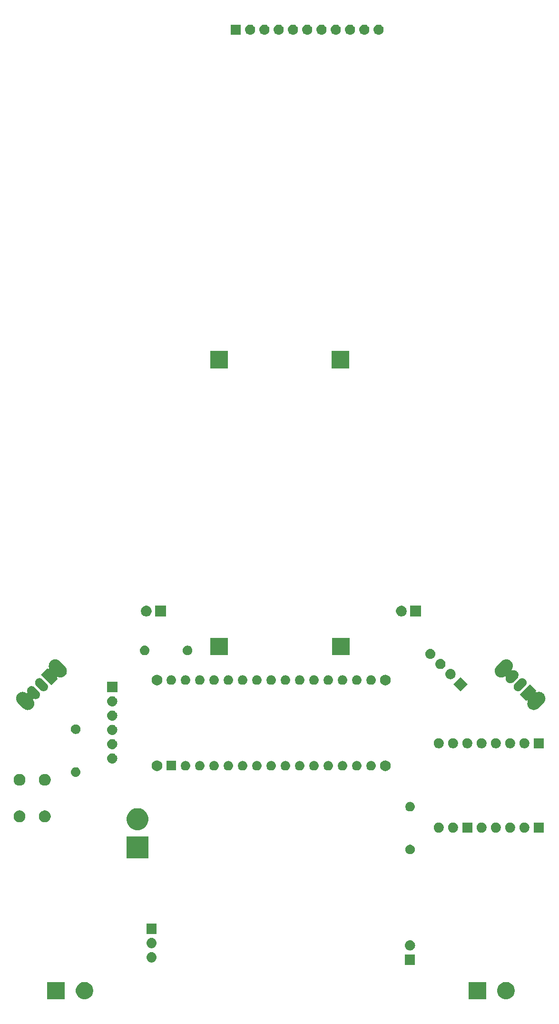
<source format=gbr>
G04 #@! TF.GenerationSoftware,KiCad,Pcbnew,(5.1.0)-1*
G04 #@! TF.CreationDate,2020-01-25T11:11:20-05:00*
G04 #@! TF.ProjectId,XLR8_V2,584c5238-5f56-4322-9e6b-696361645f70,rev?*
G04 #@! TF.SameCoordinates,Original*
G04 #@! TF.FileFunction,Soldermask,Top*
G04 #@! TF.FilePolarity,Negative*
%FSLAX46Y46*%
G04 Gerber Fmt 4.6, Leading zero omitted, Abs format (unit mm)*
G04 Created by KiCad (PCBNEW (5.1.0)-1) date 2020-01-25 11:11:20*
%MOMM*%
%LPD*%
G04 APERTURE LIST*
%ADD10C,0.100000*%
G04 APERTURE END LIST*
D10*
G36*
X147382585Y-218178802D02*
G01*
X147532410Y-218208604D01*
X147814674Y-218325521D01*
X148068705Y-218495259D01*
X148284741Y-218711295D01*
X148454479Y-218965326D01*
X148571396Y-219247590D01*
X148631000Y-219547240D01*
X148631000Y-219852760D01*
X148571396Y-220152410D01*
X148454479Y-220434674D01*
X148284741Y-220688705D01*
X148068705Y-220904741D01*
X147814674Y-221074479D01*
X147532410Y-221191396D01*
X147382585Y-221221198D01*
X147232761Y-221251000D01*
X146927239Y-221251000D01*
X146777415Y-221221198D01*
X146627590Y-221191396D01*
X146345326Y-221074479D01*
X146091295Y-220904741D01*
X145875259Y-220688705D01*
X145705521Y-220434674D01*
X145588604Y-220152410D01*
X145529000Y-219852760D01*
X145529000Y-219547240D01*
X145588604Y-219247590D01*
X145705521Y-218965326D01*
X145875259Y-218711295D01*
X146091295Y-218495259D01*
X146345326Y-218325521D01*
X146627590Y-218208604D01*
X146777415Y-218178802D01*
X146927239Y-218149000D01*
X147232761Y-218149000D01*
X147382585Y-218178802D01*
X147382585Y-218178802D01*
G37*
G36*
X143551000Y-221251000D02*
G01*
X140449000Y-221251000D01*
X140449000Y-218149000D01*
X143551000Y-218149000D01*
X143551000Y-221251000D01*
X143551000Y-221251000D01*
G37*
G36*
X68551000Y-221251000D02*
G01*
X65449000Y-221251000D01*
X65449000Y-218149000D01*
X68551000Y-218149000D01*
X68551000Y-221251000D01*
X68551000Y-221251000D01*
G37*
G36*
X72382585Y-218178802D02*
G01*
X72532410Y-218208604D01*
X72814674Y-218325521D01*
X73068705Y-218495259D01*
X73284741Y-218711295D01*
X73454479Y-218965326D01*
X73571396Y-219247590D01*
X73631000Y-219547240D01*
X73631000Y-219852760D01*
X73571396Y-220152410D01*
X73454479Y-220434674D01*
X73284741Y-220688705D01*
X73068705Y-220904741D01*
X72814674Y-221074479D01*
X72532410Y-221191396D01*
X72382585Y-221221198D01*
X72232761Y-221251000D01*
X71927239Y-221251000D01*
X71777415Y-221221198D01*
X71627590Y-221191396D01*
X71345326Y-221074479D01*
X71091295Y-220904741D01*
X70875259Y-220688705D01*
X70705521Y-220434674D01*
X70588604Y-220152410D01*
X70529000Y-219852760D01*
X70529000Y-219547240D01*
X70588604Y-219247590D01*
X70705521Y-218965326D01*
X70875259Y-218711295D01*
X71091295Y-218495259D01*
X71345326Y-218325521D01*
X71627590Y-218208604D01*
X71777415Y-218178802D01*
X71927239Y-218149000D01*
X72232761Y-218149000D01*
X72382585Y-218178802D01*
X72382585Y-218178802D01*
G37*
G36*
X130901000Y-215101000D02*
G01*
X129099000Y-215101000D01*
X129099000Y-213299000D01*
X130901000Y-213299000D01*
X130901000Y-215101000D01*
X130901000Y-215101000D01*
G37*
G36*
X84110443Y-212885519D02*
G01*
X84176627Y-212892037D01*
X84346466Y-212943557D01*
X84502991Y-213027222D01*
X84538729Y-213056552D01*
X84640186Y-213139814D01*
X84723448Y-213241271D01*
X84752778Y-213277009D01*
X84836443Y-213433534D01*
X84887963Y-213603373D01*
X84905359Y-213780000D01*
X84887963Y-213956627D01*
X84836443Y-214126466D01*
X84752778Y-214282991D01*
X84723448Y-214318729D01*
X84640186Y-214420186D01*
X84538729Y-214503448D01*
X84502991Y-214532778D01*
X84346466Y-214616443D01*
X84176627Y-214667963D01*
X84110442Y-214674482D01*
X84044260Y-214681000D01*
X83955740Y-214681000D01*
X83889558Y-214674482D01*
X83823373Y-214667963D01*
X83653534Y-214616443D01*
X83497009Y-214532778D01*
X83461271Y-214503448D01*
X83359814Y-214420186D01*
X83276552Y-214318729D01*
X83247222Y-214282991D01*
X83163557Y-214126466D01*
X83112037Y-213956627D01*
X83094641Y-213780000D01*
X83112037Y-213603373D01*
X83163557Y-213433534D01*
X83247222Y-213277009D01*
X83276552Y-213241271D01*
X83359814Y-213139814D01*
X83461271Y-213056552D01*
X83497009Y-213027222D01*
X83653534Y-212943557D01*
X83823373Y-212892037D01*
X83889557Y-212885519D01*
X83955740Y-212879000D01*
X84044260Y-212879000D01*
X84110443Y-212885519D01*
X84110443Y-212885519D01*
G37*
G36*
X130110442Y-210765518D02*
G01*
X130176627Y-210772037D01*
X130346466Y-210823557D01*
X130502991Y-210907222D01*
X130538729Y-210936552D01*
X130640186Y-211019814D01*
X130723448Y-211121271D01*
X130752778Y-211157009D01*
X130836443Y-211313534D01*
X130887963Y-211483373D01*
X130905359Y-211660000D01*
X130887963Y-211836627D01*
X130836443Y-212006466D01*
X130752778Y-212162991D01*
X130723448Y-212198729D01*
X130640186Y-212300186D01*
X130538729Y-212383448D01*
X130502991Y-212412778D01*
X130346466Y-212496443D01*
X130176627Y-212547963D01*
X130110442Y-212554482D01*
X130044260Y-212561000D01*
X129955740Y-212561000D01*
X129889558Y-212554482D01*
X129823373Y-212547963D01*
X129653534Y-212496443D01*
X129497009Y-212412778D01*
X129461271Y-212383448D01*
X129359814Y-212300186D01*
X129276552Y-212198729D01*
X129247222Y-212162991D01*
X129163557Y-212006466D01*
X129112037Y-211836627D01*
X129094641Y-211660000D01*
X129112037Y-211483373D01*
X129163557Y-211313534D01*
X129247222Y-211157009D01*
X129276552Y-211121271D01*
X129359814Y-211019814D01*
X129461271Y-210936552D01*
X129497009Y-210907222D01*
X129653534Y-210823557D01*
X129823373Y-210772037D01*
X129889557Y-210765519D01*
X129955740Y-210759000D01*
X130044260Y-210759000D01*
X130110442Y-210765518D01*
X130110442Y-210765518D01*
G37*
G36*
X84110442Y-210345518D02*
G01*
X84176627Y-210352037D01*
X84346466Y-210403557D01*
X84502991Y-210487222D01*
X84538729Y-210516552D01*
X84640186Y-210599814D01*
X84723448Y-210701271D01*
X84752778Y-210737009D01*
X84836443Y-210893534D01*
X84887963Y-211063373D01*
X84905359Y-211240000D01*
X84887963Y-211416627D01*
X84836443Y-211586466D01*
X84752778Y-211742991D01*
X84723448Y-211778729D01*
X84640186Y-211880186D01*
X84538729Y-211963448D01*
X84502991Y-211992778D01*
X84346466Y-212076443D01*
X84176627Y-212127963D01*
X84110443Y-212134481D01*
X84044260Y-212141000D01*
X83955740Y-212141000D01*
X83889557Y-212134481D01*
X83823373Y-212127963D01*
X83653534Y-212076443D01*
X83497009Y-211992778D01*
X83461271Y-211963448D01*
X83359814Y-211880186D01*
X83276552Y-211778729D01*
X83247222Y-211742991D01*
X83163557Y-211586466D01*
X83112037Y-211416627D01*
X83094641Y-211240000D01*
X83112037Y-211063373D01*
X83163557Y-210893534D01*
X83247222Y-210737009D01*
X83276552Y-210701271D01*
X83359814Y-210599814D01*
X83461271Y-210516552D01*
X83497009Y-210487222D01*
X83653534Y-210403557D01*
X83823373Y-210352037D01*
X83889558Y-210345518D01*
X83955740Y-210339000D01*
X84044260Y-210339000D01*
X84110442Y-210345518D01*
X84110442Y-210345518D01*
G37*
G36*
X84901000Y-209601000D02*
G01*
X83099000Y-209601000D01*
X83099000Y-207799000D01*
X84901000Y-207799000D01*
X84901000Y-209601000D01*
X84901000Y-209601000D01*
G37*
G36*
X83451000Y-196151000D02*
G01*
X79549000Y-196151000D01*
X79549000Y-192249000D01*
X83451000Y-192249000D01*
X83451000Y-196151000D01*
X83451000Y-196151000D01*
G37*
G36*
X130248228Y-193781703D02*
G01*
X130403100Y-193845853D01*
X130542481Y-193938985D01*
X130661015Y-194057519D01*
X130754147Y-194196900D01*
X130818297Y-194351772D01*
X130851000Y-194516184D01*
X130851000Y-194683816D01*
X130818297Y-194848228D01*
X130754147Y-195003100D01*
X130661015Y-195142481D01*
X130542481Y-195261015D01*
X130403100Y-195354147D01*
X130248228Y-195418297D01*
X130083816Y-195451000D01*
X129916184Y-195451000D01*
X129751772Y-195418297D01*
X129596900Y-195354147D01*
X129457519Y-195261015D01*
X129338985Y-195142481D01*
X129245853Y-195003100D01*
X129181703Y-194848228D01*
X129149000Y-194683816D01*
X129149000Y-194516184D01*
X129181703Y-194351772D01*
X129245853Y-194196900D01*
X129338985Y-194057519D01*
X129457519Y-193938985D01*
X129596900Y-193845853D01*
X129751772Y-193781703D01*
X129916184Y-193749000D01*
X130083816Y-193749000D01*
X130248228Y-193781703D01*
X130248228Y-193781703D01*
G37*
G36*
X150463512Y-189803927D02*
G01*
X150612812Y-189833624D01*
X150776784Y-189901544D01*
X150924354Y-190000147D01*
X151049853Y-190125646D01*
X151148456Y-190273216D01*
X151216376Y-190437188D01*
X151251000Y-190611259D01*
X151251000Y-190788741D01*
X151216376Y-190962812D01*
X151148456Y-191126784D01*
X151049853Y-191274354D01*
X150924354Y-191399853D01*
X150776784Y-191498456D01*
X150612812Y-191566376D01*
X150463512Y-191596073D01*
X150438742Y-191601000D01*
X150261258Y-191601000D01*
X150236488Y-191596073D01*
X150087188Y-191566376D01*
X149923216Y-191498456D01*
X149775646Y-191399853D01*
X149650147Y-191274354D01*
X149551544Y-191126784D01*
X149483624Y-190962812D01*
X149449000Y-190788741D01*
X149449000Y-190611259D01*
X149483624Y-190437188D01*
X149551544Y-190273216D01*
X149650147Y-190125646D01*
X149775646Y-190000147D01*
X149923216Y-189901544D01*
X150087188Y-189833624D01*
X150236488Y-189803927D01*
X150261258Y-189799000D01*
X150438742Y-189799000D01*
X150463512Y-189803927D01*
X150463512Y-189803927D01*
G37*
G36*
X147923512Y-189803927D02*
G01*
X148072812Y-189833624D01*
X148236784Y-189901544D01*
X148384354Y-190000147D01*
X148509853Y-190125646D01*
X148608456Y-190273216D01*
X148676376Y-190437188D01*
X148711000Y-190611259D01*
X148711000Y-190788741D01*
X148676376Y-190962812D01*
X148608456Y-191126784D01*
X148509853Y-191274354D01*
X148384354Y-191399853D01*
X148236784Y-191498456D01*
X148072812Y-191566376D01*
X147923512Y-191596073D01*
X147898742Y-191601000D01*
X147721258Y-191601000D01*
X147696488Y-191596073D01*
X147547188Y-191566376D01*
X147383216Y-191498456D01*
X147235646Y-191399853D01*
X147110147Y-191274354D01*
X147011544Y-191126784D01*
X146943624Y-190962812D01*
X146909000Y-190788741D01*
X146909000Y-190611259D01*
X146943624Y-190437188D01*
X147011544Y-190273216D01*
X147110147Y-190125646D01*
X147235646Y-190000147D01*
X147383216Y-189901544D01*
X147547188Y-189833624D01*
X147696488Y-189803927D01*
X147721258Y-189799000D01*
X147898742Y-189799000D01*
X147923512Y-189803927D01*
X147923512Y-189803927D01*
G37*
G36*
X145383512Y-189803927D02*
G01*
X145532812Y-189833624D01*
X145696784Y-189901544D01*
X145844354Y-190000147D01*
X145969853Y-190125646D01*
X146068456Y-190273216D01*
X146136376Y-190437188D01*
X146171000Y-190611259D01*
X146171000Y-190788741D01*
X146136376Y-190962812D01*
X146068456Y-191126784D01*
X145969853Y-191274354D01*
X145844354Y-191399853D01*
X145696784Y-191498456D01*
X145532812Y-191566376D01*
X145383512Y-191596073D01*
X145358742Y-191601000D01*
X145181258Y-191601000D01*
X145156488Y-191596073D01*
X145007188Y-191566376D01*
X144843216Y-191498456D01*
X144695646Y-191399853D01*
X144570147Y-191274354D01*
X144471544Y-191126784D01*
X144403624Y-190962812D01*
X144369000Y-190788741D01*
X144369000Y-190611259D01*
X144403624Y-190437188D01*
X144471544Y-190273216D01*
X144570147Y-190125646D01*
X144695646Y-190000147D01*
X144843216Y-189901544D01*
X145007188Y-189833624D01*
X145156488Y-189803927D01*
X145181258Y-189799000D01*
X145358742Y-189799000D01*
X145383512Y-189803927D01*
X145383512Y-189803927D01*
G37*
G36*
X142843512Y-189803927D02*
G01*
X142992812Y-189833624D01*
X143156784Y-189901544D01*
X143304354Y-190000147D01*
X143429853Y-190125646D01*
X143528456Y-190273216D01*
X143596376Y-190437188D01*
X143631000Y-190611259D01*
X143631000Y-190788741D01*
X143596376Y-190962812D01*
X143528456Y-191126784D01*
X143429853Y-191274354D01*
X143304354Y-191399853D01*
X143156784Y-191498456D01*
X142992812Y-191566376D01*
X142843512Y-191596073D01*
X142818742Y-191601000D01*
X142641258Y-191601000D01*
X142616488Y-191596073D01*
X142467188Y-191566376D01*
X142303216Y-191498456D01*
X142155646Y-191399853D01*
X142030147Y-191274354D01*
X141931544Y-191126784D01*
X141863624Y-190962812D01*
X141829000Y-190788741D01*
X141829000Y-190611259D01*
X141863624Y-190437188D01*
X141931544Y-190273216D01*
X142030147Y-190125646D01*
X142155646Y-190000147D01*
X142303216Y-189901544D01*
X142467188Y-189833624D01*
X142616488Y-189803927D01*
X142641258Y-189799000D01*
X142818742Y-189799000D01*
X142843512Y-189803927D01*
X142843512Y-189803927D01*
G37*
G36*
X153791000Y-191601000D02*
G01*
X151989000Y-191601000D01*
X151989000Y-189799000D01*
X153791000Y-189799000D01*
X153791000Y-191601000D01*
X153791000Y-191601000D01*
G37*
G36*
X141091000Y-191601000D02*
G01*
X139289000Y-191601000D01*
X139289000Y-189799000D01*
X141091000Y-189799000D01*
X141091000Y-191601000D01*
X141091000Y-191601000D01*
G37*
G36*
X137763512Y-189803927D02*
G01*
X137912812Y-189833624D01*
X138076784Y-189901544D01*
X138224354Y-190000147D01*
X138349853Y-190125646D01*
X138448456Y-190273216D01*
X138516376Y-190437188D01*
X138551000Y-190611259D01*
X138551000Y-190788741D01*
X138516376Y-190962812D01*
X138448456Y-191126784D01*
X138349853Y-191274354D01*
X138224354Y-191399853D01*
X138076784Y-191498456D01*
X137912812Y-191566376D01*
X137763512Y-191596073D01*
X137738742Y-191601000D01*
X137561258Y-191601000D01*
X137536488Y-191596073D01*
X137387188Y-191566376D01*
X137223216Y-191498456D01*
X137075646Y-191399853D01*
X136950147Y-191274354D01*
X136851544Y-191126784D01*
X136783624Y-190962812D01*
X136749000Y-190788741D01*
X136749000Y-190611259D01*
X136783624Y-190437188D01*
X136851544Y-190273216D01*
X136950147Y-190125646D01*
X137075646Y-190000147D01*
X137223216Y-189901544D01*
X137387188Y-189833624D01*
X137536488Y-189803927D01*
X137561258Y-189799000D01*
X137738742Y-189799000D01*
X137763512Y-189803927D01*
X137763512Y-189803927D01*
G37*
G36*
X135223512Y-189803927D02*
G01*
X135372812Y-189833624D01*
X135536784Y-189901544D01*
X135684354Y-190000147D01*
X135809853Y-190125646D01*
X135908456Y-190273216D01*
X135976376Y-190437188D01*
X136011000Y-190611259D01*
X136011000Y-190788741D01*
X135976376Y-190962812D01*
X135908456Y-191126784D01*
X135809853Y-191274354D01*
X135684354Y-191399853D01*
X135536784Y-191498456D01*
X135372812Y-191566376D01*
X135223512Y-191596073D01*
X135198742Y-191601000D01*
X135021258Y-191601000D01*
X134996488Y-191596073D01*
X134847188Y-191566376D01*
X134683216Y-191498456D01*
X134535646Y-191399853D01*
X134410147Y-191274354D01*
X134311544Y-191126784D01*
X134243624Y-190962812D01*
X134209000Y-190788741D01*
X134209000Y-190611259D01*
X134243624Y-190437188D01*
X134311544Y-190273216D01*
X134410147Y-190125646D01*
X134535646Y-190000147D01*
X134683216Y-189901544D01*
X134847188Y-189833624D01*
X134996488Y-189803927D01*
X135021258Y-189799000D01*
X135198742Y-189799000D01*
X135223512Y-189803927D01*
X135223512Y-189803927D01*
G37*
G36*
X82069085Y-187323975D02*
G01*
X82385590Y-187455076D01*
X82424145Y-187471046D01*
X82743690Y-187684559D01*
X83015441Y-187956310D01*
X83064697Y-188030027D01*
X83228955Y-188275857D01*
X83376025Y-188630915D01*
X83451000Y-189007842D01*
X83451000Y-189392158D01*
X83376025Y-189769085D01*
X83280316Y-190000147D01*
X83228954Y-190124145D01*
X83015441Y-190443690D01*
X82743690Y-190715441D01*
X82424145Y-190928954D01*
X82424144Y-190928955D01*
X82424143Y-190928955D01*
X82069085Y-191076025D01*
X81692158Y-191151000D01*
X81307842Y-191151000D01*
X80930915Y-191076025D01*
X80575857Y-190928955D01*
X80575856Y-190928955D01*
X80575855Y-190928954D01*
X80256310Y-190715441D01*
X79984559Y-190443690D01*
X79771046Y-190124145D01*
X79719684Y-190000147D01*
X79623975Y-189769085D01*
X79549000Y-189392158D01*
X79549000Y-189007842D01*
X79623975Y-188630915D01*
X79771045Y-188275857D01*
X79935303Y-188030027D01*
X79984559Y-187956310D01*
X80256310Y-187684559D01*
X80575855Y-187471046D01*
X80614410Y-187455076D01*
X80930915Y-187323975D01*
X81307842Y-187249000D01*
X81692158Y-187249000D01*
X82069085Y-187323975D01*
X82069085Y-187323975D01*
G37*
G36*
X65306564Y-187689389D02*
G01*
X65497833Y-187768615D01*
X65497835Y-187768616D01*
X65591199Y-187831000D01*
X65669973Y-187883635D01*
X65816365Y-188030027D01*
X65931385Y-188202167D01*
X66010611Y-188393436D01*
X66051000Y-188596484D01*
X66051000Y-188803516D01*
X66010611Y-189006564D01*
X66010081Y-189007843D01*
X65931384Y-189197835D01*
X65816365Y-189369973D01*
X65669973Y-189516365D01*
X65497835Y-189631384D01*
X65497834Y-189631385D01*
X65497833Y-189631385D01*
X65306564Y-189710611D01*
X65103516Y-189751000D01*
X64896484Y-189751000D01*
X64693436Y-189710611D01*
X64502167Y-189631385D01*
X64502166Y-189631385D01*
X64502165Y-189631384D01*
X64330027Y-189516365D01*
X64183635Y-189369973D01*
X64068616Y-189197835D01*
X63989919Y-189007843D01*
X63989389Y-189006564D01*
X63949000Y-188803516D01*
X63949000Y-188596484D01*
X63989389Y-188393436D01*
X64068615Y-188202167D01*
X64183635Y-188030027D01*
X64330027Y-187883635D01*
X64408801Y-187831000D01*
X64502165Y-187768616D01*
X64502167Y-187768615D01*
X64693436Y-187689389D01*
X64896484Y-187649000D01*
X65103516Y-187649000D01*
X65306564Y-187689389D01*
X65306564Y-187689389D01*
G37*
G36*
X60806564Y-187689389D02*
G01*
X60997833Y-187768615D01*
X60997835Y-187768616D01*
X61091199Y-187831000D01*
X61169973Y-187883635D01*
X61316365Y-188030027D01*
X61431385Y-188202167D01*
X61510611Y-188393436D01*
X61551000Y-188596484D01*
X61551000Y-188803516D01*
X61510611Y-189006564D01*
X61510081Y-189007843D01*
X61431384Y-189197835D01*
X61316365Y-189369973D01*
X61169973Y-189516365D01*
X60997835Y-189631384D01*
X60997834Y-189631385D01*
X60997833Y-189631385D01*
X60806564Y-189710611D01*
X60603516Y-189751000D01*
X60396484Y-189751000D01*
X60193436Y-189710611D01*
X60002167Y-189631385D01*
X60002166Y-189631385D01*
X60002165Y-189631384D01*
X59830027Y-189516365D01*
X59683635Y-189369973D01*
X59568616Y-189197835D01*
X59489919Y-189007843D01*
X59489389Y-189006564D01*
X59449000Y-188803516D01*
X59449000Y-188596484D01*
X59489389Y-188393436D01*
X59568615Y-188202167D01*
X59683635Y-188030027D01*
X59830027Y-187883635D01*
X59908801Y-187831000D01*
X60002165Y-187768616D01*
X60002167Y-187768615D01*
X60193436Y-187689389D01*
X60396484Y-187649000D01*
X60603516Y-187649000D01*
X60806564Y-187689389D01*
X60806564Y-187689389D01*
G37*
G36*
X130166823Y-186141313D02*
G01*
X130327242Y-186189976D01*
X130459906Y-186260886D01*
X130475078Y-186268996D01*
X130604659Y-186375341D01*
X130711004Y-186504922D01*
X130711005Y-186504924D01*
X130790024Y-186652758D01*
X130838687Y-186813177D01*
X130855117Y-186980000D01*
X130838687Y-187146823D01*
X130790024Y-187307242D01*
X130781079Y-187323976D01*
X130711004Y-187455078D01*
X130604659Y-187584659D01*
X130475078Y-187691004D01*
X130475076Y-187691005D01*
X130327242Y-187770024D01*
X130166823Y-187818687D01*
X130041804Y-187831000D01*
X129958196Y-187831000D01*
X129833177Y-187818687D01*
X129672758Y-187770024D01*
X129524924Y-187691005D01*
X129524922Y-187691004D01*
X129395341Y-187584659D01*
X129288996Y-187455078D01*
X129218921Y-187323976D01*
X129209976Y-187307242D01*
X129161313Y-187146823D01*
X129144883Y-186980000D01*
X129161313Y-186813177D01*
X129209976Y-186652758D01*
X129288995Y-186504924D01*
X129288996Y-186504922D01*
X129395341Y-186375341D01*
X129524922Y-186268996D01*
X129540094Y-186260886D01*
X129672758Y-186189976D01*
X129833177Y-186141313D01*
X129958196Y-186129000D01*
X130041804Y-186129000D01*
X130166823Y-186141313D01*
X130166823Y-186141313D01*
G37*
G36*
X65306564Y-181189389D02*
G01*
X65497833Y-181268615D01*
X65497835Y-181268616D01*
X65537435Y-181295076D01*
X65669973Y-181383635D01*
X65816365Y-181530027D01*
X65931385Y-181702167D01*
X66010611Y-181893436D01*
X66051000Y-182096484D01*
X66051000Y-182303516D01*
X66010611Y-182506564D01*
X65931385Y-182697833D01*
X65931384Y-182697835D01*
X65816365Y-182869973D01*
X65669973Y-183016365D01*
X65497835Y-183131384D01*
X65497834Y-183131385D01*
X65497833Y-183131385D01*
X65306564Y-183210611D01*
X65103516Y-183251000D01*
X64896484Y-183251000D01*
X64693436Y-183210611D01*
X64502167Y-183131385D01*
X64502166Y-183131385D01*
X64502165Y-183131384D01*
X64330027Y-183016365D01*
X64183635Y-182869973D01*
X64068616Y-182697835D01*
X64068615Y-182697833D01*
X63989389Y-182506564D01*
X63949000Y-182303516D01*
X63949000Y-182096484D01*
X63989389Y-181893436D01*
X64068615Y-181702167D01*
X64183635Y-181530027D01*
X64330027Y-181383635D01*
X64462565Y-181295076D01*
X64502165Y-181268616D01*
X64502167Y-181268615D01*
X64693436Y-181189389D01*
X64896484Y-181149000D01*
X65103516Y-181149000D01*
X65306564Y-181189389D01*
X65306564Y-181189389D01*
G37*
G36*
X60806564Y-181189389D02*
G01*
X60997833Y-181268615D01*
X60997835Y-181268616D01*
X61037435Y-181295076D01*
X61169973Y-181383635D01*
X61316365Y-181530027D01*
X61431385Y-181702167D01*
X61510611Y-181893436D01*
X61551000Y-182096484D01*
X61551000Y-182303516D01*
X61510611Y-182506564D01*
X61431385Y-182697833D01*
X61431384Y-182697835D01*
X61316365Y-182869973D01*
X61169973Y-183016365D01*
X60997835Y-183131384D01*
X60997834Y-183131385D01*
X60997833Y-183131385D01*
X60806564Y-183210611D01*
X60603516Y-183251000D01*
X60396484Y-183251000D01*
X60193436Y-183210611D01*
X60002167Y-183131385D01*
X60002166Y-183131385D01*
X60002165Y-183131384D01*
X59830027Y-183016365D01*
X59683635Y-182869973D01*
X59568616Y-182697835D01*
X59568615Y-182697833D01*
X59489389Y-182506564D01*
X59449000Y-182303516D01*
X59449000Y-182096484D01*
X59489389Y-181893436D01*
X59568615Y-181702167D01*
X59683635Y-181530027D01*
X59830027Y-181383635D01*
X59962565Y-181295076D01*
X60002165Y-181268616D01*
X60002167Y-181268615D01*
X60193436Y-181189389D01*
X60396484Y-181149000D01*
X60603516Y-181149000D01*
X60806564Y-181189389D01*
X60806564Y-181189389D01*
G37*
G36*
X70666823Y-179981313D02*
G01*
X70797380Y-180020917D01*
X70818220Y-180027239D01*
X70827242Y-180029976D01*
X70959906Y-180100886D01*
X70975078Y-180108996D01*
X71104659Y-180215341D01*
X71211004Y-180344922D01*
X71211005Y-180344924D01*
X71290024Y-180492758D01*
X71338687Y-180653177D01*
X71355117Y-180820000D01*
X71338687Y-180986823D01*
X71290024Y-181147242D01*
X71289084Y-181149000D01*
X71211004Y-181295078D01*
X71104659Y-181424659D01*
X70975078Y-181531004D01*
X70975076Y-181531005D01*
X70827242Y-181610024D01*
X70666823Y-181658687D01*
X70541804Y-181671000D01*
X70458196Y-181671000D01*
X70333177Y-181658687D01*
X70172758Y-181610024D01*
X70024924Y-181531005D01*
X70024922Y-181531004D01*
X69895341Y-181424659D01*
X69788996Y-181295078D01*
X69710916Y-181149000D01*
X69709976Y-181147242D01*
X69661313Y-180986823D01*
X69644883Y-180820000D01*
X69661313Y-180653177D01*
X69709976Y-180492758D01*
X69788995Y-180344924D01*
X69788996Y-180344922D01*
X69895341Y-180215341D01*
X70024922Y-180108996D01*
X70040094Y-180100886D01*
X70172758Y-180029976D01*
X70181781Y-180027239D01*
X70202620Y-180020917D01*
X70333177Y-179981313D01*
X70458196Y-179969000D01*
X70541804Y-179969000D01*
X70666823Y-179981313D01*
X70666823Y-179981313D01*
G37*
G36*
X125783580Y-178777081D02*
G01*
X125874480Y-178795162D01*
X125988647Y-178842452D01*
X126045732Y-178866097D01*
X126199850Y-178969075D01*
X126330925Y-179100150D01*
X126433903Y-179254268D01*
X126433903Y-179254269D01*
X126504838Y-179425520D01*
X126541000Y-179607320D01*
X126541000Y-179792680D01*
X126504838Y-179974480D01*
X126457548Y-180088647D01*
X126433903Y-180145732D01*
X126330925Y-180299850D01*
X126199850Y-180430925D01*
X126045732Y-180533903D01*
X125988647Y-180557548D01*
X125874480Y-180604838D01*
X125783580Y-180622919D01*
X125692682Y-180641000D01*
X125507318Y-180641000D01*
X125416420Y-180622919D01*
X125325520Y-180604838D01*
X125211353Y-180557548D01*
X125154268Y-180533903D01*
X125000150Y-180430925D01*
X124869075Y-180299850D01*
X124766097Y-180145732D01*
X124742452Y-180088647D01*
X124695162Y-179974480D01*
X124659000Y-179792680D01*
X124659000Y-179607320D01*
X124695162Y-179425520D01*
X124766097Y-179254269D01*
X124766097Y-179254268D01*
X124869075Y-179100150D01*
X125000150Y-178969075D01*
X125154268Y-178866097D01*
X125211353Y-178842452D01*
X125325520Y-178795162D01*
X125416420Y-178777081D01*
X125507318Y-178759000D01*
X125692682Y-178759000D01*
X125783580Y-178777081D01*
X125783580Y-178777081D01*
G37*
G36*
X85143580Y-178777081D02*
G01*
X85234480Y-178795162D01*
X85348647Y-178842452D01*
X85405732Y-178866097D01*
X85559850Y-178969075D01*
X85690925Y-179100150D01*
X85793903Y-179254268D01*
X85793903Y-179254269D01*
X85864838Y-179425520D01*
X85901000Y-179607320D01*
X85901000Y-179792680D01*
X85864838Y-179974480D01*
X85817548Y-180088647D01*
X85793903Y-180145732D01*
X85690925Y-180299850D01*
X85559850Y-180430925D01*
X85405732Y-180533903D01*
X85348647Y-180557548D01*
X85234480Y-180604838D01*
X85143580Y-180622919D01*
X85052682Y-180641000D01*
X84867318Y-180641000D01*
X84776420Y-180622919D01*
X84685520Y-180604838D01*
X84571353Y-180557548D01*
X84514268Y-180533903D01*
X84360150Y-180430925D01*
X84229075Y-180299850D01*
X84126097Y-180145732D01*
X84102452Y-180088647D01*
X84055162Y-179974480D01*
X84019000Y-179792680D01*
X84019000Y-179607320D01*
X84055162Y-179425520D01*
X84126097Y-179254269D01*
X84126097Y-179254268D01*
X84229075Y-179100150D01*
X84360150Y-178969075D01*
X84514268Y-178866097D01*
X84571353Y-178842452D01*
X84685520Y-178795162D01*
X84776420Y-178777081D01*
X84867318Y-178759000D01*
X85052682Y-178759000D01*
X85143580Y-178777081D01*
X85143580Y-178777081D01*
G37*
G36*
X123226823Y-178861313D02*
G01*
X123387242Y-178909976D01*
X123497808Y-178969075D01*
X123535078Y-178988996D01*
X123664659Y-179095341D01*
X123771004Y-179224922D01*
X123771005Y-179224924D01*
X123850024Y-179372758D01*
X123898687Y-179533177D01*
X123915117Y-179700000D01*
X123898687Y-179866823D01*
X123850024Y-180027242D01*
X123786690Y-180145731D01*
X123771004Y-180175078D01*
X123664659Y-180304659D01*
X123535078Y-180411004D01*
X123535076Y-180411005D01*
X123387242Y-180490024D01*
X123387239Y-180490025D01*
X123357380Y-180499083D01*
X123226823Y-180538687D01*
X123101804Y-180551000D01*
X123018196Y-180551000D01*
X122893177Y-180538687D01*
X122762620Y-180499083D01*
X122732761Y-180490025D01*
X122732758Y-180490024D01*
X122584924Y-180411005D01*
X122584922Y-180411004D01*
X122455341Y-180304659D01*
X122348996Y-180175078D01*
X122333310Y-180145731D01*
X122269976Y-180027242D01*
X122221313Y-179866823D01*
X122204883Y-179700000D01*
X122221313Y-179533177D01*
X122269976Y-179372758D01*
X122348995Y-179224924D01*
X122348996Y-179224922D01*
X122455341Y-179095341D01*
X122584922Y-178988996D01*
X122622192Y-178969075D01*
X122732758Y-178909976D01*
X122893177Y-178861313D01*
X123018196Y-178849000D01*
X123101804Y-178849000D01*
X123226823Y-178861313D01*
X123226823Y-178861313D01*
G37*
G36*
X102906823Y-178861313D02*
G01*
X103067242Y-178909976D01*
X103177808Y-178969075D01*
X103215078Y-178988996D01*
X103344659Y-179095341D01*
X103451004Y-179224922D01*
X103451005Y-179224924D01*
X103530024Y-179372758D01*
X103578687Y-179533177D01*
X103595117Y-179700000D01*
X103578687Y-179866823D01*
X103530024Y-180027242D01*
X103466690Y-180145731D01*
X103451004Y-180175078D01*
X103344659Y-180304659D01*
X103215078Y-180411004D01*
X103215076Y-180411005D01*
X103067242Y-180490024D01*
X103067239Y-180490025D01*
X103037380Y-180499083D01*
X102906823Y-180538687D01*
X102781804Y-180551000D01*
X102698196Y-180551000D01*
X102573177Y-180538687D01*
X102442620Y-180499083D01*
X102412761Y-180490025D01*
X102412758Y-180490024D01*
X102264924Y-180411005D01*
X102264922Y-180411004D01*
X102135341Y-180304659D01*
X102028996Y-180175078D01*
X102013310Y-180145731D01*
X101949976Y-180027242D01*
X101901313Y-179866823D01*
X101884883Y-179700000D01*
X101901313Y-179533177D01*
X101949976Y-179372758D01*
X102028995Y-179224924D01*
X102028996Y-179224922D01*
X102135341Y-179095341D01*
X102264922Y-178988996D01*
X102302192Y-178969075D01*
X102412758Y-178909976D01*
X102573177Y-178861313D01*
X102698196Y-178849000D01*
X102781804Y-178849000D01*
X102906823Y-178861313D01*
X102906823Y-178861313D01*
G37*
G36*
X115606823Y-178861313D02*
G01*
X115767242Y-178909976D01*
X115877808Y-178969075D01*
X115915078Y-178988996D01*
X116044659Y-179095341D01*
X116151004Y-179224922D01*
X116151005Y-179224924D01*
X116230024Y-179372758D01*
X116278687Y-179533177D01*
X116295117Y-179700000D01*
X116278687Y-179866823D01*
X116230024Y-180027242D01*
X116166690Y-180145731D01*
X116151004Y-180175078D01*
X116044659Y-180304659D01*
X115915078Y-180411004D01*
X115915076Y-180411005D01*
X115767242Y-180490024D01*
X115767239Y-180490025D01*
X115737380Y-180499083D01*
X115606823Y-180538687D01*
X115481804Y-180551000D01*
X115398196Y-180551000D01*
X115273177Y-180538687D01*
X115142620Y-180499083D01*
X115112761Y-180490025D01*
X115112758Y-180490024D01*
X114964924Y-180411005D01*
X114964922Y-180411004D01*
X114835341Y-180304659D01*
X114728996Y-180175078D01*
X114713310Y-180145731D01*
X114649976Y-180027242D01*
X114601313Y-179866823D01*
X114584883Y-179700000D01*
X114601313Y-179533177D01*
X114649976Y-179372758D01*
X114728995Y-179224924D01*
X114728996Y-179224922D01*
X114835341Y-179095341D01*
X114964922Y-178988996D01*
X115002192Y-178969075D01*
X115112758Y-178909976D01*
X115273177Y-178861313D01*
X115398196Y-178849000D01*
X115481804Y-178849000D01*
X115606823Y-178861313D01*
X115606823Y-178861313D01*
G37*
G36*
X100366823Y-178861313D02*
G01*
X100527242Y-178909976D01*
X100637808Y-178969075D01*
X100675078Y-178988996D01*
X100804659Y-179095341D01*
X100911004Y-179224922D01*
X100911005Y-179224924D01*
X100990024Y-179372758D01*
X101038687Y-179533177D01*
X101055117Y-179700000D01*
X101038687Y-179866823D01*
X100990024Y-180027242D01*
X100926690Y-180145731D01*
X100911004Y-180175078D01*
X100804659Y-180304659D01*
X100675078Y-180411004D01*
X100675076Y-180411005D01*
X100527242Y-180490024D01*
X100527239Y-180490025D01*
X100497380Y-180499083D01*
X100366823Y-180538687D01*
X100241804Y-180551000D01*
X100158196Y-180551000D01*
X100033177Y-180538687D01*
X99902620Y-180499083D01*
X99872761Y-180490025D01*
X99872758Y-180490024D01*
X99724924Y-180411005D01*
X99724922Y-180411004D01*
X99595341Y-180304659D01*
X99488996Y-180175078D01*
X99473310Y-180145731D01*
X99409976Y-180027242D01*
X99361313Y-179866823D01*
X99344883Y-179700000D01*
X99361313Y-179533177D01*
X99409976Y-179372758D01*
X99488995Y-179224924D01*
X99488996Y-179224922D01*
X99595341Y-179095341D01*
X99724922Y-178988996D01*
X99762192Y-178969075D01*
X99872758Y-178909976D01*
X100033177Y-178861313D01*
X100158196Y-178849000D01*
X100241804Y-178849000D01*
X100366823Y-178861313D01*
X100366823Y-178861313D01*
G37*
G36*
X97826823Y-178861313D02*
G01*
X97987242Y-178909976D01*
X98097808Y-178969075D01*
X98135078Y-178988996D01*
X98264659Y-179095341D01*
X98371004Y-179224922D01*
X98371005Y-179224924D01*
X98450024Y-179372758D01*
X98498687Y-179533177D01*
X98515117Y-179700000D01*
X98498687Y-179866823D01*
X98450024Y-180027242D01*
X98386690Y-180145731D01*
X98371004Y-180175078D01*
X98264659Y-180304659D01*
X98135078Y-180411004D01*
X98135076Y-180411005D01*
X97987242Y-180490024D01*
X97987239Y-180490025D01*
X97957380Y-180499083D01*
X97826823Y-180538687D01*
X97701804Y-180551000D01*
X97618196Y-180551000D01*
X97493177Y-180538687D01*
X97362620Y-180499083D01*
X97332761Y-180490025D01*
X97332758Y-180490024D01*
X97184924Y-180411005D01*
X97184922Y-180411004D01*
X97055341Y-180304659D01*
X96948996Y-180175078D01*
X96933310Y-180145731D01*
X96869976Y-180027242D01*
X96821313Y-179866823D01*
X96804883Y-179700000D01*
X96821313Y-179533177D01*
X96869976Y-179372758D01*
X96948995Y-179224924D01*
X96948996Y-179224922D01*
X97055341Y-179095341D01*
X97184922Y-178988996D01*
X97222192Y-178969075D01*
X97332758Y-178909976D01*
X97493177Y-178861313D01*
X97618196Y-178849000D01*
X97701804Y-178849000D01*
X97826823Y-178861313D01*
X97826823Y-178861313D01*
G37*
G36*
X95286823Y-178861313D02*
G01*
X95447242Y-178909976D01*
X95557808Y-178969075D01*
X95595078Y-178988996D01*
X95724659Y-179095341D01*
X95831004Y-179224922D01*
X95831005Y-179224924D01*
X95910024Y-179372758D01*
X95958687Y-179533177D01*
X95975117Y-179700000D01*
X95958687Y-179866823D01*
X95910024Y-180027242D01*
X95846690Y-180145731D01*
X95831004Y-180175078D01*
X95724659Y-180304659D01*
X95595078Y-180411004D01*
X95595076Y-180411005D01*
X95447242Y-180490024D01*
X95447239Y-180490025D01*
X95417380Y-180499083D01*
X95286823Y-180538687D01*
X95161804Y-180551000D01*
X95078196Y-180551000D01*
X94953177Y-180538687D01*
X94822620Y-180499083D01*
X94792761Y-180490025D01*
X94792758Y-180490024D01*
X94644924Y-180411005D01*
X94644922Y-180411004D01*
X94515341Y-180304659D01*
X94408996Y-180175078D01*
X94393310Y-180145731D01*
X94329976Y-180027242D01*
X94281313Y-179866823D01*
X94264883Y-179700000D01*
X94281313Y-179533177D01*
X94329976Y-179372758D01*
X94408995Y-179224924D01*
X94408996Y-179224922D01*
X94515341Y-179095341D01*
X94644922Y-178988996D01*
X94682192Y-178969075D01*
X94792758Y-178909976D01*
X94953177Y-178861313D01*
X95078196Y-178849000D01*
X95161804Y-178849000D01*
X95286823Y-178861313D01*
X95286823Y-178861313D01*
G37*
G36*
X92746823Y-178861313D02*
G01*
X92907242Y-178909976D01*
X93017808Y-178969075D01*
X93055078Y-178988996D01*
X93184659Y-179095341D01*
X93291004Y-179224922D01*
X93291005Y-179224924D01*
X93370024Y-179372758D01*
X93418687Y-179533177D01*
X93435117Y-179700000D01*
X93418687Y-179866823D01*
X93370024Y-180027242D01*
X93306690Y-180145731D01*
X93291004Y-180175078D01*
X93184659Y-180304659D01*
X93055078Y-180411004D01*
X93055076Y-180411005D01*
X92907242Y-180490024D01*
X92907239Y-180490025D01*
X92877380Y-180499083D01*
X92746823Y-180538687D01*
X92621804Y-180551000D01*
X92538196Y-180551000D01*
X92413177Y-180538687D01*
X92282620Y-180499083D01*
X92252761Y-180490025D01*
X92252758Y-180490024D01*
X92104924Y-180411005D01*
X92104922Y-180411004D01*
X91975341Y-180304659D01*
X91868996Y-180175078D01*
X91853310Y-180145731D01*
X91789976Y-180027242D01*
X91741313Y-179866823D01*
X91724883Y-179700000D01*
X91741313Y-179533177D01*
X91789976Y-179372758D01*
X91868995Y-179224924D01*
X91868996Y-179224922D01*
X91975341Y-179095341D01*
X92104922Y-178988996D01*
X92142192Y-178969075D01*
X92252758Y-178909976D01*
X92413177Y-178861313D01*
X92538196Y-178849000D01*
X92621804Y-178849000D01*
X92746823Y-178861313D01*
X92746823Y-178861313D01*
G37*
G36*
X90206823Y-178861313D02*
G01*
X90367242Y-178909976D01*
X90477808Y-178969075D01*
X90515078Y-178988996D01*
X90644659Y-179095341D01*
X90751004Y-179224922D01*
X90751005Y-179224924D01*
X90830024Y-179372758D01*
X90878687Y-179533177D01*
X90895117Y-179700000D01*
X90878687Y-179866823D01*
X90830024Y-180027242D01*
X90766690Y-180145731D01*
X90751004Y-180175078D01*
X90644659Y-180304659D01*
X90515078Y-180411004D01*
X90515076Y-180411005D01*
X90367242Y-180490024D01*
X90367239Y-180490025D01*
X90337380Y-180499083D01*
X90206823Y-180538687D01*
X90081804Y-180551000D01*
X89998196Y-180551000D01*
X89873177Y-180538687D01*
X89742620Y-180499083D01*
X89712761Y-180490025D01*
X89712758Y-180490024D01*
X89564924Y-180411005D01*
X89564922Y-180411004D01*
X89435341Y-180304659D01*
X89328996Y-180175078D01*
X89313310Y-180145731D01*
X89249976Y-180027242D01*
X89201313Y-179866823D01*
X89184883Y-179700000D01*
X89201313Y-179533177D01*
X89249976Y-179372758D01*
X89328995Y-179224924D01*
X89328996Y-179224922D01*
X89435341Y-179095341D01*
X89564922Y-178988996D01*
X89602192Y-178969075D01*
X89712758Y-178909976D01*
X89873177Y-178861313D01*
X89998196Y-178849000D01*
X90081804Y-178849000D01*
X90206823Y-178861313D01*
X90206823Y-178861313D01*
G37*
G36*
X120686823Y-178861313D02*
G01*
X120847242Y-178909976D01*
X120957808Y-178969075D01*
X120995078Y-178988996D01*
X121124659Y-179095341D01*
X121231004Y-179224922D01*
X121231005Y-179224924D01*
X121310024Y-179372758D01*
X121358687Y-179533177D01*
X121375117Y-179700000D01*
X121358687Y-179866823D01*
X121310024Y-180027242D01*
X121246690Y-180145731D01*
X121231004Y-180175078D01*
X121124659Y-180304659D01*
X120995078Y-180411004D01*
X120995076Y-180411005D01*
X120847242Y-180490024D01*
X120847239Y-180490025D01*
X120817380Y-180499083D01*
X120686823Y-180538687D01*
X120561804Y-180551000D01*
X120478196Y-180551000D01*
X120353177Y-180538687D01*
X120222620Y-180499083D01*
X120192761Y-180490025D01*
X120192758Y-180490024D01*
X120044924Y-180411005D01*
X120044922Y-180411004D01*
X119915341Y-180304659D01*
X119808996Y-180175078D01*
X119793310Y-180145731D01*
X119729976Y-180027242D01*
X119681313Y-179866823D01*
X119664883Y-179700000D01*
X119681313Y-179533177D01*
X119729976Y-179372758D01*
X119808995Y-179224924D01*
X119808996Y-179224922D01*
X119915341Y-179095341D01*
X120044922Y-178988996D01*
X120082192Y-178969075D01*
X120192758Y-178909976D01*
X120353177Y-178861313D01*
X120478196Y-178849000D01*
X120561804Y-178849000D01*
X120686823Y-178861313D01*
X120686823Y-178861313D01*
G37*
G36*
X107986823Y-178861313D02*
G01*
X108147242Y-178909976D01*
X108257808Y-178969075D01*
X108295078Y-178988996D01*
X108424659Y-179095341D01*
X108531004Y-179224922D01*
X108531005Y-179224924D01*
X108610024Y-179372758D01*
X108658687Y-179533177D01*
X108675117Y-179700000D01*
X108658687Y-179866823D01*
X108610024Y-180027242D01*
X108546690Y-180145731D01*
X108531004Y-180175078D01*
X108424659Y-180304659D01*
X108295078Y-180411004D01*
X108295076Y-180411005D01*
X108147242Y-180490024D01*
X108147239Y-180490025D01*
X108117380Y-180499083D01*
X107986823Y-180538687D01*
X107861804Y-180551000D01*
X107778196Y-180551000D01*
X107653177Y-180538687D01*
X107522620Y-180499083D01*
X107492761Y-180490025D01*
X107492758Y-180490024D01*
X107344924Y-180411005D01*
X107344922Y-180411004D01*
X107215341Y-180304659D01*
X107108996Y-180175078D01*
X107093310Y-180145731D01*
X107029976Y-180027242D01*
X106981313Y-179866823D01*
X106964883Y-179700000D01*
X106981313Y-179533177D01*
X107029976Y-179372758D01*
X107108995Y-179224924D01*
X107108996Y-179224922D01*
X107215341Y-179095341D01*
X107344922Y-178988996D01*
X107382192Y-178969075D01*
X107492758Y-178909976D01*
X107653177Y-178861313D01*
X107778196Y-178849000D01*
X107861804Y-178849000D01*
X107986823Y-178861313D01*
X107986823Y-178861313D01*
G37*
G36*
X110526823Y-178861313D02*
G01*
X110687242Y-178909976D01*
X110797808Y-178969075D01*
X110835078Y-178988996D01*
X110964659Y-179095341D01*
X111071004Y-179224922D01*
X111071005Y-179224924D01*
X111150024Y-179372758D01*
X111198687Y-179533177D01*
X111215117Y-179700000D01*
X111198687Y-179866823D01*
X111150024Y-180027242D01*
X111086690Y-180145731D01*
X111071004Y-180175078D01*
X110964659Y-180304659D01*
X110835078Y-180411004D01*
X110835076Y-180411005D01*
X110687242Y-180490024D01*
X110687239Y-180490025D01*
X110657380Y-180499083D01*
X110526823Y-180538687D01*
X110401804Y-180551000D01*
X110318196Y-180551000D01*
X110193177Y-180538687D01*
X110062620Y-180499083D01*
X110032761Y-180490025D01*
X110032758Y-180490024D01*
X109884924Y-180411005D01*
X109884922Y-180411004D01*
X109755341Y-180304659D01*
X109648996Y-180175078D01*
X109633310Y-180145731D01*
X109569976Y-180027242D01*
X109521313Y-179866823D01*
X109504883Y-179700000D01*
X109521313Y-179533177D01*
X109569976Y-179372758D01*
X109648995Y-179224924D01*
X109648996Y-179224922D01*
X109755341Y-179095341D01*
X109884922Y-178988996D01*
X109922192Y-178969075D01*
X110032758Y-178909976D01*
X110193177Y-178861313D01*
X110318196Y-178849000D01*
X110401804Y-178849000D01*
X110526823Y-178861313D01*
X110526823Y-178861313D01*
G37*
G36*
X113066823Y-178861313D02*
G01*
X113227242Y-178909976D01*
X113337808Y-178969075D01*
X113375078Y-178988996D01*
X113504659Y-179095341D01*
X113611004Y-179224922D01*
X113611005Y-179224924D01*
X113690024Y-179372758D01*
X113738687Y-179533177D01*
X113755117Y-179700000D01*
X113738687Y-179866823D01*
X113690024Y-180027242D01*
X113626690Y-180145731D01*
X113611004Y-180175078D01*
X113504659Y-180304659D01*
X113375078Y-180411004D01*
X113375076Y-180411005D01*
X113227242Y-180490024D01*
X113227239Y-180490025D01*
X113197380Y-180499083D01*
X113066823Y-180538687D01*
X112941804Y-180551000D01*
X112858196Y-180551000D01*
X112733177Y-180538687D01*
X112602620Y-180499083D01*
X112572761Y-180490025D01*
X112572758Y-180490024D01*
X112424924Y-180411005D01*
X112424922Y-180411004D01*
X112295341Y-180304659D01*
X112188996Y-180175078D01*
X112173310Y-180145731D01*
X112109976Y-180027242D01*
X112061313Y-179866823D01*
X112044883Y-179700000D01*
X112061313Y-179533177D01*
X112109976Y-179372758D01*
X112188995Y-179224924D01*
X112188996Y-179224922D01*
X112295341Y-179095341D01*
X112424922Y-178988996D01*
X112462192Y-178969075D01*
X112572758Y-178909976D01*
X112733177Y-178861313D01*
X112858196Y-178849000D01*
X112941804Y-178849000D01*
X113066823Y-178861313D01*
X113066823Y-178861313D01*
G37*
G36*
X118146823Y-178861313D02*
G01*
X118307242Y-178909976D01*
X118417808Y-178969075D01*
X118455078Y-178988996D01*
X118584659Y-179095341D01*
X118691004Y-179224922D01*
X118691005Y-179224924D01*
X118770024Y-179372758D01*
X118818687Y-179533177D01*
X118835117Y-179700000D01*
X118818687Y-179866823D01*
X118770024Y-180027242D01*
X118706690Y-180145731D01*
X118691004Y-180175078D01*
X118584659Y-180304659D01*
X118455078Y-180411004D01*
X118455076Y-180411005D01*
X118307242Y-180490024D01*
X118307239Y-180490025D01*
X118277380Y-180499083D01*
X118146823Y-180538687D01*
X118021804Y-180551000D01*
X117938196Y-180551000D01*
X117813177Y-180538687D01*
X117682620Y-180499083D01*
X117652761Y-180490025D01*
X117652758Y-180490024D01*
X117504924Y-180411005D01*
X117504922Y-180411004D01*
X117375341Y-180304659D01*
X117268996Y-180175078D01*
X117253310Y-180145731D01*
X117189976Y-180027242D01*
X117141313Y-179866823D01*
X117124883Y-179700000D01*
X117141313Y-179533177D01*
X117189976Y-179372758D01*
X117268995Y-179224924D01*
X117268996Y-179224922D01*
X117375341Y-179095341D01*
X117504922Y-178988996D01*
X117542192Y-178969075D01*
X117652758Y-178909976D01*
X117813177Y-178861313D01*
X117938196Y-178849000D01*
X118021804Y-178849000D01*
X118146823Y-178861313D01*
X118146823Y-178861313D01*
G37*
G36*
X105446823Y-178861313D02*
G01*
X105607242Y-178909976D01*
X105717808Y-178969075D01*
X105755078Y-178988996D01*
X105884659Y-179095341D01*
X105991004Y-179224922D01*
X105991005Y-179224924D01*
X106070024Y-179372758D01*
X106118687Y-179533177D01*
X106135117Y-179700000D01*
X106118687Y-179866823D01*
X106070024Y-180027242D01*
X106006690Y-180145731D01*
X105991004Y-180175078D01*
X105884659Y-180304659D01*
X105755078Y-180411004D01*
X105755076Y-180411005D01*
X105607242Y-180490024D01*
X105607239Y-180490025D01*
X105577380Y-180499083D01*
X105446823Y-180538687D01*
X105321804Y-180551000D01*
X105238196Y-180551000D01*
X105113177Y-180538687D01*
X104982620Y-180499083D01*
X104952761Y-180490025D01*
X104952758Y-180490024D01*
X104804924Y-180411005D01*
X104804922Y-180411004D01*
X104675341Y-180304659D01*
X104568996Y-180175078D01*
X104553310Y-180145731D01*
X104489976Y-180027242D01*
X104441313Y-179866823D01*
X104424883Y-179700000D01*
X104441313Y-179533177D01*
X104489976Y-179372758D01*
X104568995Y-179224924D01*
X104568996Y-179224922D01*
X104675341Y-179095341D01*
X104804922Y-178988996D01*
X104842192Y-178969075D01*
X104952758Y-178909976D01*
X105113177Y-178861313D01*
X105238196Y-178849000D01*
X105321804Y-178849000D01*
X105446823Y-178861313D01*
X105446823Y-178861313D01*
G37*
G36*
X88351000Y-180551000D02*
G01*
X86649000Y-180551000D01*
X86649000Y-178849000D01*
X88351000Y-178849000D01*
X88351000Y-180551000D01*
X88351000Y-180551000D01*
G37*
G36*
X77110442Y-177505518D02*
G01*
X77176627Y-177512037D01*
X77346466Y-177563557D01*
X77502991Y-177647222D01*
X77538729Y-177676552D01*
X77640186Y-177759814D01*
X77723448Y-177861271D01*
X77752778Y-177897009D01*
X77836443Y-178053534D01*
X77887963Y-178223373D01*
X77905359Y-178400000D01*
X77887963Y-178576627D01*
X77836443Y-178746466D01*
X77752778Y-178902991D01*
X77723448Y-178938729D01*
X77640186Y-179040186D01*
X77538729Y-179123448D01*
X77502991Y-179152778D01*
X77346466Y-179236443D01*
X77176627Y-179287963D01*
X77110443Y-179294481D01*
X77044260Y-179301000D01*
X76955740Y-179301000D01*
X76889557Y-179294481D01*
X76823373Y-179287963D01*
X76653534Y-179236443D01*
X76497009Y-179152778D01*
X76461271Y-179123448D01*
X76359814Y-179040186D01*
X76276552Y-178938729D01*
X76247222Y-178902991D01*
X76163557Y-178746466D01*
X76112037Y-178576627D01*
X76094641Y-178400000D01*
X76112037Y-178223373D01*
X76163557Y-178053534D01*
X76247222Y-177897009D01*
X76276552Y-177861271D01*
X76359814Y-177759814D01*
X76461271Y-177676552D01*
X76497009Y-177647222D01*
X76653534Y-177563557D01*
X76823373Y-177512037D01*
X76889558Y-177505518D01*
X76955740Y-177499000D01*
X77044260Y-177499000D01*
X77110442Y-177505518D01*
X77110442Y-177505518D01*
G37*
G36*
X77110442Y-174965518D02*
G01*
X77176627Y-174972037D01*
X77346466Y-175023557D01*
X77502991Y-175107222D01*
X77538729Y-175136552D01*
X77640186Y-175219814D01*
X77723448Y-175321271D01*
X77752778Y-175357009D01*
X77836443Y-175513534D01*
X77887963Y-175683373D01*
X77905359Y-175860000D01*
X77887963Y-176036627D01*
X77836443Y-176206466D01*
X77752778Y-176362991D01*
X77723448Y-176398729D01*
X77640186Y-176500186D01*
X77559533Y-176566375D01*
X77502991Y-176612778D01*
X77346466Y-176696443D01*
X77176627Y-176747963D01*
X77110442Y-176754482D01*
X77044260Y-176761000D01*
X76955740Y-176761000D01*
X76889558Y-176754482D01*
X76823373Y-176747963D01*
X76653534Y-176696443D01*
X76497009Y-176612778D01*
X76440467Y-176566375D01*
X76359814Y-176500186D01*
X76276552Y-176398729D01*
X76247222Y-176362991D01*
X76163557Y-176206466D01*
X76112037Y-176036627D01*
X76094641Y-175860000D01*
X76112037Y-175683373D01*
X76163557Y-175513534D01*
X76247222Y-175357009D01*
X76276552Y-175321271D01*
X76359814Y-175219814D01*
X76461271Y-175136552D01*
X76497009Y-175107222D01*
X76653534Y-175023557D01*
X76823373Y-174972037D01*
X76889558Y-174965518D01*
X76955740Y-174959000D01*
X77044260Y-174959000D01*
X77110442Y-174965518D01*
X77110442Y-174965518D01*
G37*
G36*
X145383512Y-174803927D02*
G01*
X145532812Y-174833624D01*
X145696784Y-174901544D01*
X145844354Y-175000147D01*
X145969853Y-175125646D01*
X146068456Y-175273216D01*
X146136376Y-175437188D01*
X146171000Y-175611259D01*
X146171000Y-175788741D01*
X146136376Y-175962812D01*
X146068456Y-176126784D01*
X145969853Y-176274354D01*
X145844354Y-176399853D01*
X145696784Y-176498456D01*
X145532812Y-176566376D01*
X145383512Y-176596073D01*
X145358742Y-176601000D01*
X145181258Y-176601000D01*
X145156488Y-176596073D01*
X145007188Y-176566376D01*
X144843216Y-176498456D01*
X144695646Y-176399853D01*
X144570147Y-176274354D01*
X144471544Y-176126784D01*
X144403624Y-175962812D01*
X144369000Y-175788741D01*
X144369000Y-175611259D01*
X144403624Y-175437188D01*
X144471544Y-175273216D01*
X144570147Y-175125646D01*
X144695646Y-175000147D01*
X144843216Y-174901544D01*
X145007188Y-174833624D01*
X145156488Y-174803927D01*
X145181258Y-174799000D01*
X145358742Y-174799000D01*
X145383512Y-174803927D01*
X145383512Y-174803927D01*
G37*
G36*
X153791000Y-176601000D02*
G01*
X151989000Y-176601000D01*
X151989000Y-174799000D01*
X153791000Y-174799000D01*
X153791000Y-176601000D01*
X153791000Y-176601000D01*
G37*
G36*
X150463512Y-174803927D02*
G01*
X150612812Y-174833624D01*
X150776784Y-174901544D01*
X150924354Y-175000147D01*
X151049853Y-175125646D01*
X151148456Y-175273216D01*
X151216376Y-175437188D01*
X151251000Y-175611259D01*
X151251000Y-175788741D01*
X151216376Y-175962812D01*
X151148456Y-176126784D01*
X151049853Y-176274354D01*
X150924354Y-176399853D01*
X150776784Y-176498456D01*
X150612812Y-176566376D01*
X150463512Y-176596073D01*
X150438742Y-176601000D01*
X150261258Y-176601000D01*
X150236488Y-176596073D01*
X150087188Y-176566376D01*
X149923216Y-176498456D01*
X149775646Y-176399853D01*
X149650147Y-176274354D01*
X149551544Y-176126784D01*
X149483624Y-175962812D01*
X149449000Y-175788741D01*
X149449000Y-175611259D01*
X149483624Y-175437188D01*
X149551544Y-175273216D01*
X149650147Y-175125646D01*
X149775646Y-175000147D01*
X149923216Y-174901544D01*
X150087188Y-174833624D01*
X150236488Y-174803927D01*
X150261258Y-174799000D01*
X150438742Y-174799000D01*
X150463512Y-174803927D01*
X150463512Y-174803927D01*
G37*
G36*
X147923512Y-174803927D02*
G01*
X148072812Y-174833624D01*
X148236784Y-174901544D01*
X148384354Y-175000147D01*
X148509853Y-175125646D01*
X148608456Y-175273216D01*
X148676376Y-175437188D01*
X148711000Y-175611259D01*
X148711000Y-175788741D01*
X148676376Y-175962812D01*
X148608456Y-176126784D01*
X148509853Y-176274354D01*
X148384354Y-176399853D01*
X148236784Y-176498456D01*
X148072812Y-176566376D01*
X147923512Y-176596073D01*
X147898742Y-176601000D01*
X147721258Y-176601000D01*
X147696488Y-176596073D01*
X147547188Y-176566376D01*
X147383216Y-176498456D01*
X147235646Y-176399853D01*
X147110147Y-176274354D01*
X147011544Y-176126784D01*
X146943624Y-175962812D01*
X146909000Y-175788741D01*
X146909000Y-175611259D01*
X146943624Y-175437188D01*
X147011544Y-175273216D01*
X147110147Y-175125646D01*
X147235646Y-175000147D01*
X147383216Y-174901544D01*
X147547188Y-174833624D01*
X147696488Y-174803927D01*
X147721258Y-174799000D01*
X147898742Y-174799000D01*
X147923512Y-174803927D01*
X147923512Y-174803927D01*
G37*
G36*
X137763512Y-174803927D02*
G01*
X137912812Y-174833624D01*
X138076784Y-174901544D01*
X138224354Y-175000147D01*
X138349853Y-175125646D01*
X138448456Y-175273216D01*
X138516376Y-175437188D01*
X138551000Y-175611259D01*
X138551000Y-175788741D01*
X138516376Y-175962812D01*
X138448456Y-176126784D01*
X138349853Y-176274354D01*
X138224354Y-176399853D01*
X138076784Y-176498456D01*
X137912812Y-176566376D01*
X137763512Y-176596073D01*
X137738742Y-176601000D01*
X137561258Y-176601000D01*
X137536488Y-176596073D01*
X137387188Y-176566376D01*
X137223216Y-176498456D01*
X137075646Y-176399853D01*
X136950147Y-176274354D01*
X136851544Y-176126784D01*
X136783624Y-175962812D01*
X136749000Y-175788741D01*
X136749000Y-175611259D01*
X136783624Y-175437188D01*
X136851544Y-175273216D01*
X136950147Y-175125646D01*
X137075646Y-175000147D01*
X137223216Y-174901544D01*
X137387188Y-174833624D01*
X137536488Y-174803927D01*
X137561258Y-174799000D01*
X137738742Y-174799000D01*
X137763512Y-174803927D01*
X137763512Y-174803927D01*
G37*
G36*
X142843512Y-174803927D02*
G01*
X142992812Y-174833624D01*
X143156784Y-174901544D01*
X143304354Y-175000147D01*
X143429853Y-175125646D01*
X143528456Y-175273216D01*
X143596376Y-175437188D01*
X143631000Y-175611259D01*
X143631000Y-175788741D01*
X143596376Y-175962812D01*
X143528456Y-176126784D01*
X143429853Y-176274354D01*
X143304354Y-176399853D01*
X143156784Y-176498456D01*
X142992812Y-176566376D01*
X142843512Y-176596073D01*
X142818742Y-176601000D01*
X142641258Y-176601000D01*
X142616488Y-176596073D01*
X142467188Y-176566376D01*
X142303216Y-176498456D01*
X142155646Y-176399853D01*
X142030147Y-176274354D01*
X141931544Y-176126784D01*
X141863624Y-175962812D01*
X141829000Y-175788741D01*
X141829000Y-175611259D01*
X141863624Y-175437188D01*
X141931544Y-175273216D01*
X142030147Y-175125646D01*
X142155646Y-175000147D01*
X142303216Y-174901544D01*
X142467188Y-174833624D01*
X142616488Y-174803927D01*
X142641258Y-174799000D01*
X142818742Y-174799000D01*
X142843512Y-174803927D01*
X142843512Y-174803927D01*
G37*
G36*
X135223512Y-174803927D02*
G01*
X135372812Y-174833624D01*
X135536784Y-174901544D01*
X135684354Y-175000147D01*
X135809853Y-175125646D01*
X135908456Y-175273216D01*
X135976376Y-175437188D01*
X136011000Y-175611259D01*
X136011000Y-175788741D01*
X135976376Y-175962812D01*
X135908456Y-176126784D01*
X135809853Y-176274354D01*
X135684354Y-176399853D01*
X135536784Y-176498456D01*
X135372812Y-176566376D01*
X135223512Y-176596073D01*
X135198742Y-176601000D01*
X135021258Y-176601000D01*
X134996488Y-176596073D01*
X134847188Y-176566376D01*
X134683216Y-176498456D01*
X134535646Y-176399853D01*
X134410147Y-176274354D01*
X134311544Y-176126784D01*
X134243624Y-175962812D01*
X134209000Y-175788741D01*
X134209000Y-175611259D01*
X134243624Y-175437188D01*
X134311544Y-175273216D01*
X134410147Y-175125646D01*
X134535646Y-175000147D01*
X134683216Y-174901544D01*
X134847188Y-174833624D01*
X134996488Y-174803927D01*
X135021258Y-174799000D01*
X135198742Y-174799000D01*
X135223512Y-174803927D01*
X135223512Y-174803927D01*
G37*
G36*
X140303512Y-174803927D02*
G01*
X140452812Y-174833624D01*
X140616784Y-174901544D01*
X140764354Y-175000147D01*
X140889853Y-175125646D01*
X140988456Y-175273216D01*
X141056376Y-175437188D01*
X141091000Y-175611259D01*
X141091000Y-175788741D01*
X141056376Y-175962812D01*
X140988456Y-176126784D01*
X140889853Y-176274354D01*
X140764354Y-176399853D01*
X140616784Y-176498456D01*
X140452812Y-176566376D01*
X140303512Y-176596073D01*
X140278742Y-176601000D01*
X140101258Y-176601000D01*
X140076488Y-176596073D01*
X139927188Y-176566376D01*
X139763216Y-176498456D01*
X139615646Y-176399853D01*
X139490147Y-176274354D01*
X139391544Y-176126784D01*
X139323624Y-175962812D01*
X139289000Y-175788741D01*
X139289000Y-175611259D01*
X139323624Y-175437188D01*
X139391544Y-175273216D01*
X139490147Y-175125646D01*
X139615646Y-175000147D01*
X139763216Y-174901544D01*
X139927188Y-174833624D01*
X140076488Y-174803927D01*
X140101258Y-174799000D01*
X140278742Y-174799000D01*
X140303512Y-174803927D01*
X140303512Y-174803927D01*
G37*
G36*
X77110443Y-172425519D02*
G01*
X77176627Y-172432037D01*
X77346466Y-172483557D01*
X77502991Y-172567222D01*
X77538729Y-172596552D01*
X77640186Y-172679814D01*
X77723448Y-172781271D01*
X77752778Y-172817009D01*
X77836443Y-172973534D01*
X77887963Y-173143373D01*
X77905359Y-173320000D01*
X77887963Y-173496627D01*
X77836443Y-173666466D01*
X77752778Y-173822991D01*
X77723448Y-173858729D01*
X77640186Y-173960186D01*
X77569376Y-174018297D01*
X77502991Y-174072778D01*
X77346466Y-174156443D01*
X77176627Y-174207963D01*
X77110442Y-174214482D01*
X77044260Y-174221000D01*
X76955740Y-174221000D01*
X76889558Y-174214482D01*
X76823373Y-174207963D01*
X76653534Y-174156443D01*
X76497009Y-174072778D01*
X76430624Y-174018297D01*
X76359814Y-173960186D01*
X76276552Y-173858729D01*
X76247222Y-173822991D01*
X76163557Y-173666466D01*
X76112037Y-173496627D01*
X76094641Y-173320000D01*
X76112037Y-173143373D01*
X76163557Y-172973534D01*
X76247222Y-172817009D01*
X76276552Y-172781271D01*
X76359814Y-172679814D01*
X76461271Y-172596552D01*
X76497009Y-172567222D01*
X76653534Y-172483557D01*
X76823373Y-172432037D01*
X76889557Y-172425519D01*
X76955740Y-172419000D01*
X77044260Y-172419000D01*
X77110443Y-172425519D01*
X77110443Y-172425519D01*
G37*
G36*
X70748228Y-172381703D02*
G01*
X70903100Y-172445853D01*
X71042481Y-172538985D01*
X71161015Y-172657519D01*
X71254147Y-172796900D01*
X71318297Y-172951772D01*
X71351000Y-173116184D01*
X71351000Y-173283816D01*
X71318297Y-173448228D01*
X71254147Y-173603100D01*
X71161015Y-173742481D01*
X71042481Y-173861015D01*
X70903100Y-173954147D01*
X70748228Y-174018297D01*
X70583816Y-174051000D01*
X70416184Y-174051000D01*
X70251772Y-174018297D01*
X70096900Y-173954147D01*
X69957519Y-173861015D01*
X69838985Y-173742481D01*
X69745853Y-173603100D01*
X69681703Y-173448228D01*
X69649000Y-173283816D01*
X69649000Y-173116184D01*
X69681703Y-172951772D01*
X69745853Y-172796900D01*
X69838985Y-172657519D01*
X69957519Y-172538985D01*
X70096900Y-172445853D01*
X70251772Y-172381703D01*
X70416184Y-172349000D01*
X70583816Y-172349000D01*
X70748228Y-172381703D01*
X70748228Y-172381703D01*
G37*
G36*
X77110443Y-169885519D02*
G01*
X77176627Y-169892037D01*
X77346466Y-169943557D01*
X77502991Y-170027222D01*
X77538729Y-170056552D01*
X77640186Y-170139814D01*
X77723448Y-170241271D01*
X77752778Y-170277009D01*
X77836443Y-170433534D01*
X77887963Y-170603373D01*
X77905359Y-170780000D01*
X77887963Y-170956627D01*
X77836443Y-171126466D01*
X77752778Y-171282991D01*
X77723448Y-171318729D01*
X77640186Y-171420186D01*
X77538729Y-171503448D01*
X77502991Y-171532778D01*
X77346466Y-171616443D01*
X77176627Y-171667963D01*
X77110442Y-171674482D01*
X77044260Y-171681000D01*
X76955740Y-171681000D01*
X76889558Y-171674482D01*
X76823373Y-171667963D01*
X76653534Y-171616443D01*
X76497009Y-171532778D01*
X76461271Y-171503448D01*
X76359814Y-171420186D01*
X76276552Y-171318729D01*
X76247222Y-171282991D01*
X76163557Y-171126466D01*
X76112037Y-170956627D01*
X76094641Y-170780000D01*
X76112037Y-170603373D01*
X76163557Y-170433534D01*
X76247222Y-170277009D01*
X76276552Y-170241271D01*
X76359814Y-170139814D01*
X76461271Y-170056552D01*
X76497009Y-170027222D01*
X76653534Y-169943557D01*
X76823373Y-169892037D01*
X76889557Y-169885519D01*
X76955740Y-169879000D01*
X77044260Y-169879000D01*
X77110443Y-169885519D01*
X77110443Y-169885519D01*
G37*
G36*
X152486338Y-166346447D02*
G01*
X152386951Y-166445834D01*
X152371406Y-166464776D01*
X152359855Y-166486387D01*
X152352742Y-166509836D01*
X152350340Y-166534222D01*
X152352742Y-166558608D01*
X152359855Y-166582057D01*
X152371406Y-166603668D01*
X152386951Y-166622610D01*
X152405893Y-166638155D01*
X152427504Y-166649706D01*
X152450953Y-166656819D01*
X152475339Y-166659221D01*
X152499725Y-166656819D01*
X152511625Y-166653838D01*
X152718906Y-166590959D01*
X152837020Y-166579326D01*
X152944543Y-166568736D01*
X153052066Y-166579326D01*
X153170179Y-166590959D01*
X153356615Y-166647515D01*
X153387142Y-166656775D01*
X153553209Y-166745540D01*
X153587100Y-166763655D01*
X153762361Y-166907487D01*
X153906193Y-167082748D01*
X153906194Y-167082750D01*
X154013073Y-167282706D01*
X154013074Y-167282710D01*
X154078889Y-167499669D01*
X154088752Y-167599814D01*
X154101112Y-167725305D01*
X154093755Y-167800001D01*
X154078889Y-167950942D01*
X154034873Y-168096040D01*
X154013073Y-168167905D01*
X153974537Y-168240000D01*
X153906193Y-168367863D01*
X153798409Y-168499198D01*
X152799198Y-169498408D01*
X152729859Y-169555313D01*
X152667860Y-169606194D01*
X152667858Y-169606195D01*
X152467904Y-169713073D01*
X152250941Y-169778889D01*
X152132828Y-169790522D01*
X152025305Y-169801112D01*
X151917782Y-169790522D01*
X151799669Y-169778889D01*
X151582706Y-169713073D01*
X151382752Y-169606195D01*
X151382750Y-169606194D01*
X151337096Y-169568726D01*
X151207487Y-169462361D01*
X151063656Y-169287100D01*
X151063654Y-169287098D01*
X150956775Y-169087142D01*
X150956774Y-169087138D01*
X150890959Y-168870179D01*
X150878433Y-168742991D01*
X150868736Y-168644543D01*
X150883051Y-168499202D01*
X150890959Y-168418907D01*
X150953839Y-168211624D01*
X150958620Y-168187591D01*
X150958620Y-168163087D01*
X150953840Y-168139053D01*
X150944463Y-168116414D01*
X150930849Y-168096040D01*
X150913522Y-168078713D01*
X150893148Y-168065099D01*
X150870509Y-168055722D01*
X150846476Y-168050941D01*
X150821972Y-168050941D01*
X150797938Y-168055721D01*
X150775299Y-168065098D01*
X150754925Y-168078712D01*
X150745835Y-168086950D01*
X150646447Y-168186338D01*
X149513662Y-167053553D01*
X151353553Y-165213662D01*
X152486338Y-166346447D01*
X152486338Y-166346447D01*
G37*
G36*
X62803469Y-165557038D02*
G01*
X62878964Y-165579939D01*
X62954460Y-165602840D01*
X63002930Y-165628748D01*
X63093612Y-165677218D01*
X63185018Y-165752234D01*
X63947766Y-166514981D01*
X64022782Y-166606387D01*
X64060999Y-166677887D01*
X64097161Y-166745540D01*
X64142962Y-166896529D01*
X64158428Y-167053553D01*
X64142962Y-167210576D01*
X64097161Y-167361565D01*
X64074715Y-167403557D01*
X64022782Y-167500718D01*
X63987295Y-167543958D01*
X63922686Y-167622686D01*
X63843958Y-167687295D01*
X63800718Y-167722782D01*
X63731141Y-167759971D01*
X63661565Y-167797161D01*
X63510576Y-167842962D01*
X63353553Y-167858428D01*
X63196529Y-167842962D01*
X63070659Y-167804781D01*
X63046626Y-167800001D01*
X63022122Y-167800001D01*
X62998088Y-167804782D01*
X62975450Y-167814159D01*
X62955075Y-167827773D01*
X62937749Y-167845101D01*
X62924135Y-167865475D01*
X62914758Y-167888114D01*
X62909978Y-167912147D01*
X62909978Y-167936651D01*
X62914759Y-167960685D01*
X62924136Y-167983323D01*
X62935304Y-168000037D01*
X62936346Y-168001987D01*
X63043225Y-168201943D01*
X63043226Y-168201947D01*
X63109041Y-168418906D01*
X63116949Y-168499202D01*
X63131264Y-168644543D01*
X63121567Y-168742991D01*
X63109041Y-168870179D01*
X63071850Y-168992778D01*
X63043225Y-169087142D01*
X62942457Y-169275665D01*
X62936345Y-169287100D01*
X62792513Y-169462361D01*
X62617252Y-169606193D01*
X62617250Y-169606194D01*
X62417294Y-169713073D01*
X62386767Y-169722333D01*
X62200331Y-169778889D01*
X62082218Y-169790522D01*
X61974695Y-169801112D01*
X61867172Y-169790522D01*
X61749058Y-169778889D01*
X61562622Y-169722333D01*
X61532095Y-169713073D01*
X61332139Y-169606194D01*
X61332137Y-169606193D01*
X61200802Y-169498409D01*
X60201592Y-168499198D01*
X60133827Y-168416625D01*
X60093806Y-168367860D01*
X59986927Y-168167904D01*
X59978175Y-168139053D01*
X59921111Y-167950941D01*
X59906716Y-167804781D01*
X59898888Y-167725305D01*
X59911248Y-167599814D01*
X59921111Y-167499669D01*
X59986927Y-167282706D01*
X60093805Y-167082752D01*
X60093806Y-167082750D01*
X60131274Y-167037096D01*
X60237639Y-166907487D01*
X60376398Y-166793612D01*
X60412902Y-166763654D01*
X60612858Y-166656775D01*
X60636161Y-166649706D01*
X60829821Y-166590959D01*
X60947934Y-166579326D01*
X61055457Y-166568736D01*
X61162980Y-166579326D01*
X61281093Y-166590959D01*
X61498056Y-166656775D01*
X61699954Y-166764692D01*
X61716674Y-166775865D01*
X61739313Y-166785244D01*
X61763346Y-166790025D01*
X61787850Y-166790027D01*
X61811883Y-166785247D01*
X61834522Y-166775871D01*
X61854898Y-166762259D01*
X61872225Y-166744933D01*
X61885840Y-166724559D01*
X61895219Y-166701920D01*
X61900000Y-166677887D01*
X61900002Y-166653383D01*
X61895221Y-166629345D01*
X61857038Y-166503470D01*
X61855651Y-166489391D01*
X61841572Y-166346447D01*
X61857038Y-166189425D01*
X61888258Y-166086505D01*
X61902840Y-166038434D01*
X61928748Y-165989964D01*
X61977218Y-165899282D01*
X62012705Y-165856042D01*
X62077314Y-165777314D01*
X62156042Y-165712705D01*
X62199282Y-165677218D01*
X62289964Y-165628748D01*
X62338434Y-165602840D01*
X62413930Y-165579939D01*
X62489425Y-165557038D01*
X62646447Y-165541572D01*
X62803469Y-165557038D01*
X62803469Y-165557038D01*
G37*
G36*
X77110442Y-167345518D02*
G01*
X77176627Y-167352037D01*
X77346466Y-167403557D01*
X77502991Y-167487222D01*
X77538729Y-167516552D01*
X77640186Y-167599814D01*
X77723448Y-167701271D01*
X77752778Y-167737009D01*
X77752779Y-167737011D01*
X77824209Y-167870645D01*
X77836443Y-167893534D01*
X77887963Y-168063373D01*
X77905359Y-168240000D01*
X77887963Y-168416627D01*
X77836443Y-168586466D01*
X77752778Y-168742991D01*
X77723448Y-168778729D01*
X77640186Y-168880186D01*
X77538729Y-168963448D01*
X77502991Y-168992778D01*
X77346466Y-169076443D01*
X77176627Y-169127963D01*
X77110443Y-169134481D01*
X77044260Y-169141000D01*
X76955740Y-169141000D01*
X76889557Y-169134481D01*
X76823373Y-169127963D01*
X76653534Y-169076443D01*
X76497009Y-168992778D01*
X76461271Y-168963448D01*
X76359814Y-168880186D01*
X76276552Y-168778729D01*
X76247222Y-168742991D01*
X76163557Y-168586466D01*
X76112037Y-168416627D01*
X76094641Y-168240000D01*
X76112037Y-168063373D01*
X76163557Y-167893534D01*
X76175792Y-167870645D01*
X76247221Y-167737011D01*
X76247222Y-167737009D01*
X76276552Y-167701271D01*
X76359814Y-167599814D01*
X76461271Y-167516552D01*
X76497009Y-167487222D01*
X76653534Y-167403557D01*
X76823373Y-167352037D01*
X76889558Y-167345518D01*
X76955740Y-167339000D01*
X77044260Y-167339000D01*
X77110442Y-167345518D01*
X77110442Y-167345518D01*
G37*
G36*
X77901000Y-166601000D02*
G01*
X76099000Y-166601000D01*
X76099000Y-164799000D01*
X77901000Y-164799000D01*
X77901000Y-166601000D01*
X77901000Y-166601000D01*
G37*
G36*
X140274206Y-165200000D02*
G01*
X139000000Y-166474206D01*
X137725794Y-165200000D01*
X139000000Y-163925794D01*
X140274206Y-165200000D01*
X140274206Y-165200000D01*
G37*
G36*
X64217682Y-164142825D02*
G01*
X64263511Y-164156727D01*
X64368673Y-164188627D01*
X64417143Y-164214535D01*
X64507825Y-164263005D01*
X64599231Y-164338021D01*
X65361979Y-165100768D01*
X65436995Y-165192174D01*
X65482027Y-165276424D01*
X65511374Y-165331327D01*
X65557175Y-165482316D01*
X65572641Y-165639339D01*
X65557175Y-165796363D01*
X65511374Y-165947352D01*
X65474184Y-166016929D01*
X65436995Y-166086505D01*
X65401508Y-166129745D01*
X65336899Y-166208473D01*
X65258171Y-166273082D01*
X65214931Y-166308569D01*
X65145354Y-166345758D01*
X65075778Y-166382948D01*
X64924792Y-166428748D01*
X64924789Y-166428749D01*
X64767766Y-166444215D01*
X64610742Y-166428749D01*
X64459753Y-166382948D01*
X64391466Y-166346447D01*
X64320600Y-166308569D01*
X64229194Y-166233553D01*
X63466447Y-165470805D01*
X63391431Y-165379399D01*
X63342961Y-165288717D01*
X63317053Y-165240247D01*
X63294152Y-165164751D01*
X63271251Y-165089256D01*
X63255785Y-164932234D01*
X63271251Y-164775212D01*
X63294152Y-164699717D01*
X63317053Y-164624221D01*
X63355293Y-164552680D01*
X63391431Y-164485069D01*
X63426918Y-164441829D01*
X63491527Y-164363101D01*
X63578272Y-164291912D01*
X63613495Y-164263005D01*
X63704177Y-164214535D01*
X63752647Y-164188627D01*
X63857809Y-164156727D01*
X63903638Y-164142825D01*
X64060660Y-164127359D01*
X64217682Y-164142825D01*
X64217682Y-164142825D01*
G37*
G36*
X150096362Y-164142824D02*
G01*
X150247351Y-164188625D01*
X150315638Y-164225126D01*
X150386504Y-164263004D01*
X150421728Y-164291912D01*
X150508472Y-164363100D01*
X150573081Y-164441828D01*
X150608568Y-164485068D01*
X150634262Y-164533139D01*
X150682947Y-164624221D01*
X150728748Y-164775210D01*
X150744214Y-164932233D01*
X150728748Y-165089257D01*
X150682947Y-165240246D01*
X150654266Y-165293903D01*
X150608568Y-165379399D01*
X150533552Y-165470805D01*
X149770804Y-166233552D01*
X149679398Y-166308568D01*
X149588716Y-166357038D01*
X149540246Y-166382946D01*
X149464750Y-166405847D01*
X149389255Y-166428748D01*
X149232233Y-166444214D01*
X149075211Y-166428748D01*
X148999716Y-166405847D01*
X148924220Y-166382946D01*
X148875750Y-166357038D01*
X148785068Y-166308568D01*
X148741828Y-166273081D01*
X148663100Y-166208472D01*
X148598491Y-166129744D01*
X148563004Y-166086504D01*
X148514534Y-165995822D01*
X148488626Y-165947352D01*
X148442824Y-165796360D01*
X148438478Y-165752234D01*
X148427358Y-165639339D01*
X148442824Y-165482317D01*
X148474044Y-165379398D01*
X148488626Y-165331326D01*
X148514534Y-165282856D01*
X148563004Y-165192174D01*
X148638020Y-165100768D01*
X149400767Y-164338020D01*
X149492173Y-164263004D01*
X149576423Y-164217972D01*
X149631326Y-164188625D01*
X149782315Y-164142824D01*
X149939339Y-164127358D01*
X150096362Y-164142824D01*
X150096362Y-164142824D01*
G37*
G36*
X125783580Y-163537081D02*
G01*
X125874480Y-163555162D01*
X125988647Y-163602452D01*
X126045732Y-163626097D01*
X126199850Y-163729075D01*
X126330925Y-163860150D01*
X126433903Y-164014268D01*
X126433903Y-164014269D01*
X126504838Y-164185520D01*
X126520250Y-164263004D01*
X126535172Y-164338017D01*
X126541000Y-164367320D01*
X126541000Y-164552680D01*
X126504838Y-164734480D01*
X126469688Y-164819339D01*
X126433903Y-164905732D01*
X126330925Y-165059850D01*
X126199850Y-165190925D01*
X126045732Y-165293903D01*
X125988647Y-165317548D01*
X125874480Y-165364838D01*
X125801281Y-165379398D01*
X125692682Y-165401000D01*
X125507318Y-165401000D01*
X125398719Y-165379398D01*
X125325520Y-165364838D01*
X125211353Y-165317548D01*
X125154268Y-165293903D01*
X125000150Y-165190925D01*
X124869075Y-165059850D01*
X124766097Y-164905732D01*
X124730312Y-164819339D01*
X124695162Y-164734480D01*
X124659000Y-164552680D01*
X124659000Y-164367320D01*
X124664829Y-164338017D01*
X124679750Y-164263004D01*
X124695162Y-164185520D01*
X124766097Y-164014269D01*
X124766097Y-164014268D01*
X124869075Y-163860150D01*
X125000150Y-163729075D01*
X125154268Y-163626097D01*
X125211353Y-163602452D01*
X125325520Y-163555162D01*
X125416420Y-163537081D01*
X125507318Y-163519000D01*
X125692682Y-163519000D01*
X125783580Y-163537081D01*
X125783580Y-163537081D01*
G37*
G36*
X85143580Y-163537081D02*
G01*
X85234480Y-163555162D01*
X85348647Y-163602452D01*
X85405732Y-163626097D01*
X85559850Y-163729075D01*
X85690925Y-163860150D01*
X85793903Y-164014268D01*
X85793903Y-164014269D01*
X85864838Y-164185520D01*
X85880250Y-164263004D01*
X85895172Y-164338017D01*
X85901000Y-164367320D01*
X85901000Y-164552680D01*
X85864838Y-164734480D01*
X85829688Y-164819339D01*
X85793903Y-164905732D01*
X85690925Y-165059850D01*
X85559850Y-165190925D01*
X85405732Y-165293903D01*
X85348647Y-165317548D01*
X85234480Y-165364838D01*
X85161281Y-165379398D01*
X85052682Y-165401000D01*
X84867318Y-165401000D01*
X84758719Y-165379398D01*
X84685520Y-165364838D01*
X84571353Y-165317548D01*
X84514268Y-165293903D01*
X84360150Y-165190925D01*
X84229075Y-165059850D01*
X84126097Y-164905732D01*
X84090312Y-164819339D01*
X84055162Y-164734480D01*
X84019000Y-164552680D01*
X84019000Y-164367320D01*
X84024829Y-164338017D01*
X84039750Y-164263004D01*
X84055162Y-164185520D01*
X84126097Y-164014269D01*
X84126097Y-164014268D01*
X84229075Y-163860150D01*
X84360150Y-163729075D01*
X84514268Y-163626097D01*
X84571353Y-163602452D01*
X84685520Y-163555162D01*
X84776420Y-163537081D01*
X84867318Y-163519000D01*
X85052682Y-163519000D01*
X85143580Y-163537081D01*
X85143580Y-163537081D01*
G37*
G36*
X66961255Y-160781051D02*
G01*
X67079368Y-160792684D01*
X67285189Y-160855120D01*
X67296331Y-160858500D01*
X67496287Y-160965379D01*
X67558286Y-161016260D01*
X67627625Y-161073165D01*
X68626836Y-162072375D01*
X68734620Y-162203710D01*
X68734621Y-162203712D01*
X68841500Y-162403668D01*
X68841501Y-162403672D01*
X68907316Y-162620631D01*
X68915224Y-162700927D01*
X68929539Y-162846268D01*
X68919431Y-162948888D01*
X68907316Y-163071904D01*
X68860169Y-163227324D01*
X68841500Y-163288867D01*
X68779987Y-163403949D01*
X68734620Y-163488825D01*
X68590788Y-163664086D01*
X68415527Y-163807918D01*
X68415525Y-163807919D01*
X68215569Y-163914798D01*
X68185042Y-163924058D01*
X67998606Y-163980614D01*
X67880493Y-163992247D01*
X67772970Y-164002837D01*
X67665447Y-163992247D01*
X67547333Y-163980614D01*
X67340052Y-163917735D01*
X67316018Y-163912954D01*
X67291514Y-163912954D01*
X67267481Y-163917734D01*
X67244842Y-163927112D01*
X67224468Y-163940725D01*
X67207141Y-163958052D01*
X67193527Y-163978427D01*
X67184150Y-164001065D01*
X67179369Y-164025099D01*
X67179369Y-164049603D01*
X67184149Y-164073636D01*
X67193527Y-164096275D01*
X67207140Y-164116649D01*
X67215378Y-164125739D01*
X67314765Y-164225126D01*
X66181980Y-165357911D01*
X64342089Y-163518020D01*
X65474874Y-162385235D01*
X65574262Y-162484623D01*
X65593204Y-162500168D01*
X65614815Y-162511719D01*
X65638264Y-162518832D01*
X65662650Y-162521234D01*
X65687036Y-162518832D01*
X65710485Y-162511719D01*
X65732096Y-162500168D01*
X65751038Y-162484623D01*
X65766583Y-162465681D01*
X65778134Y-162444070D01*
X65785247Y-162420621D01*
X65787649Y-162396235D01*
X65785247Y-162371849D01*
X65782266Y-162359949D01*
X65719386Y-162152666D01*
X65707753Y-162034553D01*
X65697163Y-161927030D01*
X65711199Y-161784523D01*
X65719386Y-161701394D01*
X65785202Y-161484431D01*
X65892080Y-161284477D01*
X65892081Y-161284475D01*
X65929549Y-161238821D01*
X66035914Y-161109212D01*
X66165523Y-161002847D01*
X66211177Y-160965379D01*
X66411133Y-160858500D01*
X66422275Y-160855120D01*
X66628096Y-160792684D01*
X66746209Y-160781051D01*
X66853732Y-160770461D01*
X66961255Y-160781051D01*
X66961255Y-160781051D01*
G37*
G36*
X87666823Y-163621313D02*
G01*
X87797380Y-163660917D01*
X87807826Y-163664086D01*
X87827242Y-163669976D01*
X87883654Y-163700129D01*
X87975078Y-163748996D01*
X88104659Y-163855341D01*
X88211004Y-163984922D01*
X88211005Y-163984924D01*
X88290024Y-164132758D01*
X88338687Y-164293177D01*
X88355117Y-164460000D01*
X88338687Y-164626823D01*
X88290024Y-164787242D01*
X88272866Y-164819342D01*
X88211004Y-164935078D01*
X88104659Y-165064659D01*
X87975078Y-165171004D01*
X87975076Y-165171005D01*
X87827242Y-165250024D01*
X87666823Y-165298687D01*
X87541804Y-165311000D01*
X87458196Y-165311000D01*
X87333177Y-165298687D01*
X87172758Y-165250024D01*
X87024924Y-165171005D01*
X87024922Y-165171004D01*
X86895341Y-165064659D01*
X86788996Y-164935078D01*
X86727134Y-164819342D01*
X86709976Y-164787242D01*
X86661313Y-164626823D01*
X86644883Y-164460000D01*
X86661313Y-164293177D01*
X86709976Y-164132758D01*
X86788995Y-163984924D01*
X86788996Y-163984922D01*
X86895341Y-163855341D01*
X87024922Y-163748996D01*
X87116346Y-163700129D01*
X87172758Y-163669976D01*
X87192175Y-163664086D01*
X87202620Y-163660917D01*
X87333177Y-163621313D01*
X87458196Y-163609000D01*
X87541804Y-163609000D01*
X87666823Y-163621313D01*
X87666823Y-163621313D01*
G37*
G36*
X90206823Y-163621313D02*
G01*
X90337380Y-163660917D01*
X90347826Y-163664086D01*
X90367242Y-163669976D01*
X90423654Y-163700129D01*
X90515078Y-163748996D01*
X90644659Y-163855341D01*
X90751004Y-163984922D01*
X90751005Y-163984924D01*
X90830024Y-164132758D01*
X90878687Y-164293177D01*
X90895117Y-164460000D01*
X90878687Y-164626823D01*
X90830024Y-164787242D01*
X90812866Y-164819342D01*
X90751004Y-164935078D01*
X90644659Y-165064659D01*
X90515078Y-165171004D01*
X90515076Y-165171005D01*
X90367242Y-165250024D01*
X90206823Y-165298687D01*
X90081804Y-165311000D01*
X89998196Y-165311000D01*
X89873177Y-165298687D01*
X89712758Y-165250024D01*
X89564924Y-165171005D01*
X89564922Y-165171004D01*
X89435341Y-165064659D01*
X89328996Y-164935078D01*
X89267134Y-164819342D01*
X89249976Y-164787242D01*
X89201313Y-164626823D01*
X89184883Y-164460000D01*
X89201313Y-164293177D01*
X89249976Y-164132758D01*
X89328995Y-163984924D01*
X89328996Y-163984922D01*
X89435341Y-163855341D01*
X89564922Y-163748996D01*
X89656346Y-163700129D01*
X89712758Y-163669976D01*
X89732175Y-163664086D01*
X89742620Y-163660917D01*
X89873177Y-163621313D01*
X89998196Y-163609000D01*
X90081804Y-163609000D01*
X90206823Y-163621313D01*
X90206823Y-163621313D01*
G37*
G36*
X123226823Y-163621313D02*
G01*
X123357380Y-163660917D01*
X123367826Y-163664086D01*
X123387242Y-163669976D01*
X123443654Y-163700129D01*
X123535078Y-163748996D01*
X123664659Y-163855341D01*
X123771004Y-163984922D01*
X123771005Y-163984924D01*
X123850024Y-164132758D01*
X123898687Y-164293177D01*
X123915117Y-164460000D01*
X123898687Y-164626823D01*
X123850024Y-164787242D01*
X123832866Y-164819342D01*
X123771004Y-164935078D01*
X123664659Y-165064659D01*
X123535078Y-165171004D01*
X123535076Y-165171005D01*
X123387242Y-165250024D01*
X123226823Y-165298687D01*
X123101804Y-165311000D01*
X123018196Y-165311000D01*
X122893177Y-165298687D01*
X122732758Y-165250024D01*
X122584924Y-165171005D01*
X122584922Y-165171004D01*
X122455341Y-165064659D01*
X122348996Y-164935078D01*
X122287134Y-164819342D01*
X122269976Y-164787242D01*
X122221313Y-164626823D01*
X122204883Y-164460000D01*
X122221313Y-164293177D01*
X122269976Y-164132758D01*
X122348995Y-163984924D01*
X122348996Y-163984922D01*
X122455341Y-163855341D01*
X122584922Y-163748996D01*
X122676346Y-163700129D01*
X122732758Y-163669976D01*
X122752175Y-163664086D01*
X122762620Y-163660917D01*
X122893177Y-163621313D01*
X123018196Y-163609000D01*
X123101804Y-163609000D01*
X123226823Y-163621313D01*
X123226823Y-163621313D01*
G37*
G36*
X120686823Y-163621313D02*
G01*
X120817380Y-163660917D01*
X120827826Y-163664086D01*
X120847242Y-163669976D01*
X120903654Y-163700129D01*
X120995078Y-163748996D01*
X121124659Y-163855341D01*
X121231004Y-163984922D01*
X121231005Y-163984924D01*
X121310024Y-164132758D01*
X121358687Y-164293177D01*
X121375117Y-164460000D01*
X121358687Y-164626823D01*
X121310024Y-164787242D01*
X121292866Y-164819342D01*
X121231004Y-164935078D01*
X121124659Y-165064659D01*
X120995078Y-165171004D01*
X120995076Y-165171005D01*
X120847242Y-165250024D01*
X120686823Y-165298687D01*
X120561804Y-165311000D01*
X120478196Y-165311000D01*
X120353177Y-165298687D01*
X120192758Y-165250024D01*
X120044924Y-165171005D01*
X120044922Y-165171004D01*
X119915341Y-165064659D01*
X119808996Y-164935078D01*
X119747134Y-164819342D01*
X119729976Y-164787242D01*
X119681313Y-164626823D01*
X119664883Y-164460000D01*
X119681313Y-164293177D01*
X119729976Y-164132758D01*
X119808995Y-163984924D01*
X119808996Y-163984922D01*
X119915341Y-163855341D01*
X120044922Y-163748996D01*
X120136346Y-163700129D01*
X120192758Y-163669976D01*
X120212175Y-163664086D01*
X120222620Y-163660917D01*
X120353177Y-163621313D01*
X120478196Y-163609000D01*
X120561804Y-163609000D01*
X120686823Y-163621313D01*
X120686823Y-163621313D01*
G37*
G36*
X118146823Y-163621313D02*
G01*
X118277380Y-163660917D01*
X118287826Y-163664086D01*
X118307242Y-163669976D01*
X118363654Y-163700129D01*
X118455078Y-163748996D01*
X118584659Y-163855341D01*
X118691004Y-163984922D01*
X118691005Y-163984924D01*
X118770024Y-164132758D01*
X118818687Y-164293177D01*
X118835117Y-164460000D01*
X118818687Y-164626823D01*
X118770024Y-164787242D01*
X118752866Y-164819342D01*
X118691004Y-164935078D01*
X118584659Y-165064659D01*
X118455078Y-165171004D01*
X118455076Y-165171005D01*
X118307242Y-165250024D01*
X118146823Y-165298687D01*
X118021804Y-165311000D01*
X117938196Y-165311000D01*
X117813177Y-165298687D01*
X117652758Y-165250024D01*
X117504924Y-165171005D01*
X117504922Y-165171004D01*
X117375341Y-165064659D01*
X117268996Y-164935078D01*
X117207134Y-164819342D01*
X117189976Y-164787242D01*
X117141313Y-164626823D01*
X117124883Y-164460000D01*
X117141313Y-164293177D01*
X117189976Y-164132758D01*
X117268995Y-163984924D01*
X117268996Y-163984922D01*
X117375341Y-163855341D01*
X117504922Y-163748996D01*
X117596346Y-163700129D01*
X117652758Y-163669976D01*
X117672175Y-163664086D01*
X117682620Y-163660917D01*
X117813177Y-163621313D01*
X117938196Y-163609000D01*
X118021804Y-163609000D01*
X118146823Y-163621313D01*
X118146823Y-163621313D01*
G37*
G36*
X115606823Y-163621313D02*
G01*
X115737380Y-163660917D01*
X115747826Y-163664086D01*
X115767242Y-163669976D01*
X115823654Y-163700129D01*
X115915078Y-163748996D01*
X116044659Y-163855341D01*
X116151004Y-163984922D01*
X116151005Y-163984924D01*
X116230024Y-164132758D01*
X116278687Y-164293177D01*
X116295117Y-164460000D01*
X116278687Y-164626823D01*
X116230024Y-164787242D01*
X116212866Y-164819342D01*
X116151004Y-164935078D01*
X116044659Y-165064659D01*
X115915078Y-165171004D01*
X115915076Y-165171005D01*
X115767242Y-165250024D01*
X115606823Y-165298687D01*
X115481804Y-165311000D01*
X115398196Y-165311000D01*
X115273177Y-165298687D01*
X115112758Y-165250024D01*
X114964924Y-165171005D01*
X114964922Y-165171004D01*
X114835341Y-165064659D01*
X114728996Y-164935078D01*
X114667134Y-164819342D01*
X114649976Y-164787242D01*
X114601313Y-164626823D01*
X114584883Y-164460000D01*
X114601313Y-164293177D01*
X114649976Y-164132758D01*
X114728995Y-163984924D01*
X114728996Y-163984922D01*
X114835341Y-163855341D01*
X114964922Y-163748996D01*
X115056346Y-163700129D01*
X115112758Y-163669976D01*
X115132175Y-163664086D01*
X115142620Y-163660917D01*
X115273177Y-163621313D01*
X115398196Y-163609000D01*
X115481804Y-163609000D01*
X115606823Y-163621313D01*
X115606823Y-163621313D01*
G37*
G36*
X113066823Y-163621313D02*
G01*
X113197380Y-163660917D01*
X113207826Y-163664086D01*
X113227242Y-163669976D01*
X113283654Y-163700129D01*
X113375078Y-163748996D01*
X113504659Y-163855341D01*
X113611004Y-163984922D01*
X113611005Y-163984924D01*
X113690024Y-164132758D01*
X113738687Y-164293177D01*
X113755117Y-164460000D01*
X113738687Y-164626823D01*
X113690024Y-164787242D01*
X113672866Y-164819342D01*
X113611004Y-164935078D01*
X113504659Y-165064659D01*
X113375078Y-165171004D01*
X113375076Y-165171005D01*
X113227242Y-165250024D01*
X113066823Y-165298687D01*
X112941804Y-165311000D01*
X112858196Y-165311000D01*
X112733177Y-165298687D01*
X112572758Y-165250024D01*
X112424924Y-165171005D01*
X112424922Y-165171004D01*
X112295341Y-165064659D01*
X112188996Y-164935078D01*
X112127134Y-164819342D01*
X112109976Y-164787242D01*
X112061313Y-164626823D01*
X112044883Y-164460000D01*
X112061313Y-164293177D01*
X112109976Y-164132758D01*
X112188995Y-163984924D01*
X112188996Y-163984922D01*
X112295341Y-163855341D01*
X112424922Y-163748996D01*
X112516346Y-163700129D01*
X112572758Y-163669976D01*
X112592175Y-163664086D01*
X112602620Y-163660917D01*
X112733177Y-163621313D01*
X112858196Y-163609000D01*
X112941804Y-163609000D01*
X113066823Y-163621313D01*
X113066823Y-163621313D01*
G37*
G36*
X110526823Y-163621313D02*
G01*
X110657380Y-163660917D01*
X110667826Y-163664086D01*
X110687242Y-163669976D01*
X110743654Y-163700129D01*
X110835078Y-163748996D01*
X110964659Y-163855341D01*
X111071004Y-163984922D01*
X111071005Y-163984924D01*
X111150024Y-164132758D01*
X111198687Y-164293177D01*
X111215117Y-164460000D01*
X111198687Y-164626823D01*
X111150024Y-164787242D01*
X111132866Y-164819342D01*
X111071004Y-164935078D01*
X110964659Y-165064659D01*
X110835078Y-165171004D01*
X110835076Y-165171005D01*
X110687242Y-165250024D01*
X110526823Y-165298687D01*
X110401804Y-165311000D01*
X110318196Y-165311000D01*
X110193177Y-165298687D01*
X110032758Y-165250024D01*
X109884924Y-165171005D01*
X109884922Y-165171004D01*
X109755341Y-165064659D01*
X109648996Y-164935078D01*
X109587134Y-164819342D01*
X109569976Y-164787242D01*
X109521313Y-164626823D01*
X109504883Y-164460000D01*
X109521313Y-164293177D01*
X109569976Y-164132758D01*
X109648995Y-163984924D01*
X109648996Y-163984922D01*
X109755341Y-163855341D01*
X109884922Y-163748996D01*
X109976346Y-163700129D01*
X110032758Y-163669976D01*
X110052175Y-163664086D01*
X110062620Y-163660917D01*
X110193177Y-163621313D01*
X110318196Y-163609000D01*
X110401804Y-163609000D01*
X110526823Y-163621313D01*
X110526823Y-163621313D01*
G37*
G36*
X105446823Y-163621313D02*
G01*
X105577380Y-163660917D01*
X105587826Y-163664086D01*
X105607242Y-163669976D01*
X105663654Y-163700129D01*
X105755078Y-163748996D01*
X105884659Y-163855341D01*
X105991004Y-163984922D01*
X105991005Y-163984924D01*
X106070024Y-164132758D01*
X106118687Y-164293177D01*
X106135117Y-164460000D01*
X106118687Y-164626823D01*
X106070024Y-164787242D01*
X106052866Y-164819342D01*
X105991004Y-164935078D01*
X105884659Y-165064659D01*
X105755078Y-165171004D01*
X105755076Y-165171005D01*
X105607242Y-165250024D01*
X105446823Y-165298687D01*
X105321804Y-165311000D01*
X105238196Y-165311000D01*
X105113177Y-165298687D01*
X104952758Y-165250024D01*
X104804924Y-165171005D01*
X104804922Y-165171004D01*
X104675341Y-165064659D01*
X104568996Y-164935078D01*
X104507134Y-164819342D01*
X104489976Y-164787242D01*
X104441313Y-164626823D01*
X104424883Y-164460000D01*
X104441313Y-164293177D01*
X104489976Y-164132758D01*
X104568995Y-163984924D01*
X104568996Y-163984922D01*
X104675341Y-163855341D01*
X104804922Y-163748996D01*
X104896346Y-163700129D01*
X104952758Y-163669976D01*
X104972175Y-163664086D01*
X104982620Y-163660917D01*
X105113177Y-163621313D01*
X105238196Y-163609000D01*
X105321804Y-163609000D01*
X105446823Y-163621313D01*
X105446823Y-163621313D01*
G37*
G36*
X92746823Y-163621313D02*
G01*
X92877380Y-163660917D01*
X92887826Y-163664086D01*
X92907242Y-163669976D01*
X92963654Y-163700129D01*
X93055078Y-163748996D01*
X93184659Y-163855341D01*
X93291004Y-163984922D01*
X93291005Y-163984924D01*
X93370024Y-164132758D01*
X93418687Y-164293177D01*
X93435117Y-164460000D01*
X93418687Y-164626823D01*
X93370024Y-164787242D01*
X93352866Y-164819342D01*
X93291004Y-164935078D01*
X93184659Y-165064659D01*
X93055078Y-165171004D01*
X93055076Y-165171005D01*
X92907242Y-165250024D01*
X92746823Y-165298687D01*
X92621804Y-165311000D01*
X92538196Y-165311000D01*
X92413177Y-165298687D01*
X92252758Y-165250024D01*
X92104924Y-165171005D01*
X92104922Y-165171004D01*
X91975341Y-165064659D01*
X91868996Y-164935078D01*
X91807134Y-164819342D01*
X91789976Y-164787242D01*
X91741313Y-164626823D01*
X91724883Y-164460000D01*
X91741313Y-164293177D01*
X91789976Y-164132758D01*
X91868995Y-163984924D01*
X91868996Y-163984922D01*
X91975341Y-163855341D01*
X92104922Y-163748996D01*
X92196346Y-163700129D01*
X92252758Y-163669976D01*
X92272175Y-163664086D01*
X92282620Y-163660917D01*
X92413177Y-163621313D01*
X92538196Y-163609000D01*
X92621804Y-163609000D01*
X92746823Y-163621313D01*
X92746823Y-163621313D01*
G37*
G36*
X102906823Y-163621313D02*
G01*
X103037380Y-163660917D01*
X103047826Y-163664086D01*
X103067242Y-163669976D01*
X103123654Y-163700129D01*
X103215078Y-163748996D01*
X103344659Y-163855341D01*
X103451004Y-163984922D01*
X103451005Y-163984924D01*
X103530024Y-164132758D01*
X103578687Y-164293177D01*
X103595117Y-164460000D01*
X103578687Y-164626823D01*
X103530024Y-164787242D01*
X103512866Y-164819342D01*
X103451004Y-164935078D01*
X103344659Y-165064659D01*
X103215078Y-165171004D01*
X103215076Y-165171005D01*
X103067242Y-165250024D01*
X102906823Y-165298687D01*
X102781804Y-165311000D01*
X102698196Y-165311000D01*
X102573177Y-165298687D01*
X102412758Y-165250024D01*
X102264924Y-165171005D01*
X102264922Y-165171004D01*
X102135341Y-165064659D01*
X102028996Y-164935078D01*
X101967134Y-164819342D01*
X101949976Y-164787242D01*
X101901313Y-164626823D01*
X101884883Y-164460000D01*
X101901313Y-164293177D01*
X101949976Y-164132758D01*
X102028995Y-163984924D01*
X102028996Y-163984922D01*
X102135341Y-163855341D01*
X102264922Y-163748996D01*
X102356346Y-163700129D01*
X102412758Y-163669976D01*
X102432175Y-163664086D01*
X102442620Y-163660917D01*
X102573177Y-163621313D01*
X102698196Y-163609000D01*
X102781804Y-163609000D01*
X102906823Y-163621313D01*
X102906823Y-163621313D01*
G37*
G36*
X97826823Y-163621313D02*
G01*
X97957380Y-163660917D01*
X97967826Y-163664086D01*
X97987242Y-163669976D01*
X98043654Y-163700129D01*
X98135078Y-163748996D01*
X98264659Y-163855341D01*
X98371004Y-163984922D01*
X98371005Y-163984924D01*
X98450024Y-164132758D01*
X98498687Y-164293177D01*
X98515117Y-164460000D01*
X98498687Y-164626823D01*
X98450024Y-164787242D01*
X98432866Y-164819342D01*
X98371004Y-164935078D01*
X98264659Y-165064659D01*
X98135078Y-165171004D01*
X98135076Y-165171005D01*
X97987242Y-165250024D01*
X97826823Y-165298687D01*
X97701804Y-165311000D01*
X97618196Y-165311000D01*
X97493177Y-165298687D01*
X97332758Y-165250024D01*
X97184924Y-165171005D01*
X97184922Y-165171004D01*
X97055341Y-165064659D01*
X96948996Y-164935078D01*
X96887134Y-164819342D01*
X96869976Y-164787242D01*
X96821313Y-164626823D01*
X96804883Y-164460000D01*
X96821313Y-164293177D01*
X96869976Y-164132758D01*
X96948995Y-163984924D01*
X96948996Y-163984922D01*
X97055341Y-163855341D01*
X97184922Y-163748996D01*
X97276346Y-163700129D01*
X97332758Y-163669976D01*
X97352175Y-163664086D01*
X97362620Y-163660917D01*
X97493177Y-163621313D01*
X97618196Y-163609000D01*
X97701804Y-163609000D01*
X97826823Y-163621313D01*
X97826823Y-163621313D01*
G37*
G36*
X95286823Y-163621313D02*
G01*
X95417380Y-163660917D01*
X95427826Y-163664086D01*
X95447242Y-163669976D01*
X95503654Y-163700129D01*
X95595078Y-163748996D01*
X95724659Y-163855341D01*
X95831004Y-163984922D01*
X95831005Y-163984924D01*
X95910024Y-164132758D01*
X95958687Y-164293177D01*
X95975117Y-164460000D01*
X95958687Y-164626823D01*
X95910024Y-164787242D01*
X95892866Y-164819342D01*
X95831004Y-164935078D01*
X95724659Y-165064659D01*
X95595078Y-165171004D01*
X95595076Y-165171005D01*
X95447242Y-165250024D01*
X95286823Y-165298687D01*
X95161804Y-165311000D01*
X95078196Y-165311000D01*
X94953177Y-165298687D01*
X94792758Y-165250024D01*
X94644924Y-165171005D01*
X94644922Y-165171004D01*
X94515341Y-165064659D01*
X94408996Y-164935078D01*
X94347134Y-164819342D01*
X94329976Y-164787242D01*
X94281313Y-164626823D01*
X94264883Y-164460000D01*
X94281313Y-164293177D01*
X94329976Y-164132758D01*
X94408995Y-163984924D01*
X94408996Y-163984922D01*
X94515341Y-163855341D01*
X94644922Y-163748996D01*
X94736346Y-163700129D01*
X94792758Y-163669976D01*
X94812175Y-163664086D01*
X94822620Y-163660917D01*
X94953177Y-163621313D01*
X95078196Y-163609000D01*
X95161804Y-163609000D01*
X95286823Y-163621313D01*
X95286823Y-163621313D01*
G37*
G36*
X100366823Y-163621313D02*
G01*
X100497380Y-163660917D01*
X100507826Y-163664086D01*
X100527242Y-163669976D01*
X100583654Y-163700129D01*
X100675078Y-163748996D01*
X100804659Y-163855341D01*
X100911004Y-163984922D01*
X100911005Y-163984924D01*
X100990024Y-164132758D01*
X101038687Y-164293177D01*
X101055117Y-164460000D01*
X101038687Y-164626823D01*
X100990024Y-164787242D01*
X100972866Y-164819342D01*
X100911004Y-164935078D01*
X100804659Y-165064659D01*
X100675078Y-165171004D01*
X100675076Y-165171005D01*
X100527242Y-165250024D01*
X100366823Y-165298687D01*
X100241804Y-165311000D01*
X100158196Y-165311000D01*
X100033177Y-165298687D01*
X99872758Y-165250024D01*
X99724924Y-165171005D01*
X99724922Y-165171004D01*
X99595341Y-165064659D01*
X99488996Y-164935078D01*
X99427134Y-164819342D01*
X99409976Y-164787242D01*
X99361313Y-164626823D01*
X99344883Y-164460000D01*
X99361313Y-164293177D01*
X99409976Y-164132758D01*
X99488995Y-163984924D01*
X99488996Y-163984922D01*
X99595341Y-163855341D01*
X99724922Y-163748996D01*
X99816346Y-163700129D01*
X99872758Y-163669976D01*
X99892175Y-163664086D01*
X99902620Y-163660917D01*
X100033177Y-163621313D01*
X100158196Y-163609000D01*
X100241804Y-163609000D01*
X100366823Y-163621313D01*
X100366823Y-163621313D01*
G37*
G36*
X107986823Y-163621313D02*
G01*
X108117380Y-163660917D01*
X108127826Y-163664086D01*
X108147242Y-163669976D01*
X108203654Y-163700129D01*
X108295078Y-163748996D01*
X108424659Y-163855341D01*
X108531004Y-163984922D01*
X108531005Y-163984924D01*
X108610024Y-164132758D01*
X108658687Y-164293177D01*
X108675117Y-164460000D01*
X108658687Y-164626823D01*
X108610024Y-164787242D01*
X108592866Y-164819342D01*
X108531004Y-164935078D01*
X108424659Y-165064659D01*
X108295078Y-165171004D01*
X108295076Y-165171005D01*
X108147242Y-165250024D01*
X107986823Y-165298687D01*
X107861804Y-165311000D01*
X107778196Y-165311000D01*
X107653177Y-165298687D01*
X107492758Y-165250024D01*
X107344924Y-165171005D01*
X107344922Y-165171004D01*
X107215341Y-165064659D01*
X107108996Y-164935078D01*
X107047134Y-164819342D01*
X107029976Y-164787242D01*
X106981313Y-164626823D01*
X106964883Y-164460000D01*
X106981313Y-164293177D01*
X107029976Y-164132758D01*
X107108995Y-163984924D01*
X107108996Y-163984922D01*
X107215341Y-163855341D01*
X107344922Y-163748996D01*
X107436346Y-163700129D01*
X107492758Y-163669976D01*
X107512175Y-163664086D01*
X107522620Y-163660917D01*
X107653177Y-163621313D01*
X107778196Y-163609000D01*
X107861804Y-163609000D01*
X107986823Y-163621313D01*
X107986823Y-163621313D01*
G37*
G36*
X147253791Y-160781051D02*
G01*
X147371904Y-160792684D01*
X147558340Y-160849240D01*
X147588867Y-160858500D01*
X147777390Y-160959268D01*
X147788825Y-160965380D01*
X147964086Y-161109212D01*
X148107918Y-161284473D01*
X148107919Y-161284475D01*
X148214798Y-161484431D01*
X148214799Y-161484435D01*
X148280614Y-161701394D01*
X148288801Y-161784523D01*
X148302837Y-161927030D01*
X148292247Y-162034553D01*
X148280614Y-162152667D01*
X148224058Y-162339103D01*
X148214798Y-162369630D01*
X148138850Y-162511719D01*
X148106877Y-162571536D01*
X148095709Y-162588250D01*
X148086332Y-162610888D01*
X148081551Y-162634922D01*
X148081551Y-162659426D01*
X148086331Y-162683459D01*
X148095708Y-162706098D01*
X148109322Y-162726472D01*
X148126648Y-162743800D01*
X148147023Y-162757414D01*
X148169661Y-162766791D01*
X148193695Y-162771572D01*
X148218199Y-162771572D01*
X148242232Y-162766792D01*
X148368102Y-162728611D01*
X148525126Y-162713145D01*
X148682149Y-162728611D01*
X148833138Y-162774412D01*
X148902715Y-162811602D01*
X148972291Y-162848791D01*
X149015531Y-162884278D01*
X149094259Y-162948887D01*
X149158868Y-163027615D01*
X149194355Y-163070855D01*
X149231544Y-163140432D01*
X149268734Y-163210008D01*
X149314535Y-163360997D01*
X149330001Y-163518020D01*
X149314535Y-163675044D01*
X149268734Y-163826033D01*
X149245415Y-163869658D01*
X149194355Y-163965186D01*
X149119339Y-164056592D01*
X148356591Y-164819339D01*
X148265185Y-164894355D01*
X148174503Y-164942825D01*
X148126033Y-164968733D01*
X148050537Y-164991634D01*
X147975042Y-165014535D01*
X147818020Y-165030001D01*
X147660998Y-165014535D01*
X147585503Y-164991634D01*
X147510007Y-164968733D01*
X147461537Y-164942825D01*
X147370855Y-164894355D01*
X147327615Y-164858868D01*
X147248887Y-164794259D01*
X147184278Y-164715531D01*
X147148791Y-164672291D01*
X147084858Y-164552680D01*
X147074413Y-164533139D01*
X147028611Y-164382147D01*
X147024265Y-164338020D01*
X147013145Y-164225126D01*
X147028611Y-164068104D01*
X147034223Y-164049603D01*
X147066794Y-163942228D01*
X147071574Y-163918195D01*
X147071574Y-163893691D01*
X147066793Y-163869658D01*
X147057416Y-163847019D01*
X147043802Y-163826645D01*
X147026475Y-163809318D01*
X147006100Y-163795704D01*
X146983461Y-163786327D01*
X146959428Y-163781547D01*
X146934924Y-163781547D01*
X146910891Y-163786328D01*
X146888252Y-163795705D01*
X146871528Y-163806881D01*
X146669629Y-163914798D01*
X146452666Y-163980614D01*
X146334553Y-163992247D01*
X146227030Y-164002837D01*
X146119507Y-163992247D01*
X146001394Y-163980614D01*
X145784431Y-163914798D01*
X145584477Y-163807920D01*
X145584475Y-163807919D01*
X145538821Y-163770451D01*
X145409212Y-163664086D01*
X145290145Y-163519000D01*
X145265379Y-163488823D01*
X145158500Y-163288867D01*
X145139831Y-163227324D01*
X145092684Y-163071904D01*
X145080569Y-162948888D01*
X145070461Y-162846268D01*
X145084776Y-162700927D01*
X145092684Y-162620632D01*
X145158500Y-162403669D01*
X145265378Y-162203715D01*
X145265379Y-162203713D01*
X145341558Y-162110889D01*
X145373165Y-162072375D01*
X146372375Y-161073164D01*
X146503710Y-160965380D01*
X146515145Y-160959268D01*
X146703668Y-160858500D01*
X146734195Y-160849240D01*
X146920631Y-160792684D01*
X147038745Y-160781051D01*
X147146268Y-160770461D01*
X147253791Y-160781051D01*
X147253791Y-160781051D01*
G37*
G36*
X137308609Y-162508898D02*
G01*
X137380576Y-162515986D01*
X137550415Y-162567506D01*
X137706940Y-162651171D01*
X137742678Y-162680501D01*
X137844135Y-162763763D01*
X137913915Y-162848792D01*
X137956727Y-162900958D01*
X138040392Y-163057483D01*
X138091912Y-163227322D01*
X138109308Y-163403949D01*
X138091912Y-163580576D01*
X138040822Y-163748996D01*
X138040391Y-163750417D01*
X138021196Y-163786328D01*
X137956727Y-163906940D01*
X137947490Y-163918195D01*
X137844135Y-164044135D01*
X137755775Y-164116649D01*
X137706940Y-164156727D01*
X137653069Y-164185522D01*
X137578976Y-164225126D01*
X137550415Y-164240392D01*
X137380576Y-164291912D01*
X137314391Y-164298431D01*
X137248209Y-164304949D01*
X137159689Y-164304949D01*
X137093507Y-164298431D01*
X137027322Y-164291912D01*
X136857483Y-164240392D01*
X136828923Y-164225126D01*
X136754829Y-164185522D01*
X136700958Y-164156727D01*
X136652123Y-164116649D01*
X136563763Y-164044135D01*
X136460408Y-163918195D01*
X136451171Y-163906940D01*
X136386702Y-163786328D01*
X136367507Y-163750417D01*
X136367076Y-163748996D01*
X136315986Y-163580576D01*
X136298590Y-163403949D01*
X136315986Y-163227322D01*
X136367506Y-163057483D01*
X136451171Y-162900958D01*
X136493983Y-162848792D01*
X136563763Y-162763763D01*
X136665220Y-162680501D01*
X136700958Y-162651171D01*
X136857483Y-162567506D01*
X137027322Y-162515986D01*
X137099289Y-162508898D01*
X137159689Y-162502949D01*
X137248209Y-162502949D01*
X137308609Y-162508898D01*
X137308609Y-162508898D01*
G37*
G36*
X135512548Y-160712846D02*
G01*
X135584525Y-160719935D01*
X135754364Y-160771455D01*
X135910889Y-160855120D01*
X135946627Y-160884450D01*
X136048084Y-160967712D01*
X136131346Y-161069169D01*
X136160676Y-161104907D01*
X136244341Y-161261432D01*
X136295861Y-161431271D01*
X136313257Y-161607898D01*
X136295861Y-161784525D01*
X136244341Y-161954364D01*
X136160676Y-162110889D01*
X136131346Y-162146627D01*
X136048084Y-162248084D01*
X135946627Y-162331346D01*
X135910889Y-162360676D01*
X135754364Y-162444341D01*
X135584525Y-162495861D01*
X135518341Y-162502379D01*
X135452158Y-162508898D01*
X135363638Y-162508898D01*
X135297455Y-162502379D01*
X135231271Y-162495861D01*
X135061432Y-162444341D01*
X134904907Y-162360676D01*
X134869169Y-162331346D01*
X134767712Y-162248084D01*
X134684450Y-162146627D01*
X134655120Y-162110889D01*
X134571455Y-161954364D01*
X134519935Y-161784525D01*
X134502539Y-161607898D01*
X134519935Y-161431271D01*
X134571455Y-161261432D01*
X134655120Y-161104907D01*
X134684450Y-161069169D01*
X134767712Y-160967712D01*
X134869169Y-160884450D01*
X134904907Y-160855120D01*
X135061432Y-160771455D01*
X135231271Y-160719935D01*
X135303248Y-160712846D01*
X135363638Y-160706898D01*
X135452158Y-160706898D01*
X135512548Y-160712846D01*
X135512548Y-160712846D01*
G37*
G36*
X133722289Y-158917365D02*
G01*
X133788473Y-158923883D01*
X133958312Y-158975403D01*
X134114837Y-159059068D01*
X134150575Y-159088398D01*
X134252032Y-159171660D01*
X134335294Y-159273117D01*
X134364624Y-159308855D01*
X134448289Y-159465380D01*
X134499809Y-159635219D01*
X134517205Y-159811846D01*
X134499809Y-159988473D01*
X134448289Y-160158312D01*
X134364624Y-160314837D01*
X134335294Y-160350575D01*
X134252032Y-160452032D01*
X134150575Y-160535294D01*
X134114837Y-160564624D01*
X133958312Y-160648289D01*
X133788473Y-160699809D01*
X133722289Y-160706327D01*
X133656106Y-160712846D01*
X133567586Y-160712846D01*
X133501403Y-160706327D01*
X133435219Y-160699809D01*
X133265380Y-160648289D01*
X133108855Y-160564624D01*
X133073117Y-160535294D01*
X132971660Y-160452032D01*
X132888398Y-160350575D01*
X132859068Y-160314837D01*
X132775403Y-160158312D01*
X132723883Y-159988473D01*
X132706487Y-159811846D01*
X132723883Y-159635219D01*
X132775403Y-159465380D01*
X132859068Y-159308855D01*
X132888398Y-159273117D01*
X132971660Y-159171660D01*
X133073117Y-159088398D01*
X133108855Y-159059068D01*
X133265380Y-158975403D01*
X133435219Y-158923883D01*
X133501403Y-158917365D01*
X133567586Y-158910846D01*
X133656106Y-158910846D01*
X133722289Y-158917365D01*
X133722289Y-158917365D01*
G37*
G36*
X82946823Y-158361313D02*
G01*
X83107242Y-158409976D01*
X83174361Y-158445852D01*
X83255078Y-158488996D01*
X83384659Y-158595341D01*
X83491004Y-158724922D01*
X83491005Y-158724924D01*
X83570024Y-158872758D01*
X83618687Y-159033177D01*
X83635117Y-159200000D01*
X83618687Y-159366823D01*
X83570024Y-159527242D01*
X83529477Y-159603100D01*
X83491004Y-159675078D01*
X83384659Y-159804659D01*
X83255078Y-159911004D01*
X83255076Y-159911005D01*
X83107242Y-159990024D01*
X82946823Y-160038687D01*
X82821804Y-160051000D01*
X82738196Y-160051000D01*
X82613177Y-160038687D01*
X82452758Y-159990024D01*
X82304924Y-159911005D01*
X82304922Y-159911004D01*
X82175341Y-159804659D01*
X82068996Y-159675078D01*
X82030523Y-159603100D01*
X81989976Y-159527242D01*
X81941313Y-159366823D01*
X81924883Y-159200000D01*
X81941313Y-159033177D01*
X81989976Y-158872758D01*
X82068995Y-158724924D01*
X82068996Y-158724922D01*
X82175341Y-158595341D01*
X82304922Y-158488996D01*
X82385639Y-158445852D01*
X82452758Y-158409976D01*
X82613177Y-158361313D01*
X82738196Y-158349000D01*
X82821804Y-158349000D01*
X82946823Y-158361313D01*
X82946823Y-158361313D01*
G37*
G36*
X97551000Y-160051000D02*
G01*
X94449000Y-160051000D01*
X94449000Y-156949000D01*
X97551000Y-156949000D01*
X97551000Y-160051000D01*
X97551000Y-160051000D01*
G37*
G36*
X119251000Y-160051000D02*
G01*
X116149000Y-160051000D01*
X116149000Y-156949000D01*
X119251000Y-156949000D01*
X119251000Y-160051000D01*
X119251000Y-160051000D01*
G37*
G36*
X90648228Y-158381703D02*
G01*
X90803100Y-158445853D01*
X90942481Y-158538985D01*
X91061015Y-158657519D01*
X91154147Y-158796900D01*
X91218297Y-158951772D01*
X91251000Y-159116184D01*
X91251000Y-159283816D01*
X91218297Y-159448228D01*
X91154147Y-159603100D01*
X91061015Y-159742481D01*
X90942481Y-159861015D01*
X90803100Y-159954147D01*
X90648228Y-160018297D01*
X90483816Y-160051000D01*
X90316184Y-160051000D01*
X90151772Y-160018297D01*
X89996900Y-159954147D01*
X89857519Y-159861015D01*
X89738985Y-159742481D01*
X89645853Y-159603100D01*
X89581703Y-159448228D01*
X89549000Y-159283816D01*
X89549000Y-159116184D01*
X89581703Y-158951772D01*
X89645853Y-158796900D01*
X89738985Y-158657519D01*
X89857519Y-158538985D01*
X89996900Y-158445853D01*
X90151772Y-158381703D01*
X90316184Y-158349000D01*
X90483816Y-158349000D01*
X90648228Y-158381703D01*
X90648228Y-158381703D01*
G37*
G36*
X86551000Y-153151000D02*
G01*
X84649000Y-153151000D01*
X84649000Y-151249000D01*
X86551000Y-151249000D01*
X86551000Y-153151000D01*
X86551000Y-153151000D01*
G37*
G36*
X128737395Y-151285546D02*
G01*
X128910466Y-151357234D01*
X128910467Y-151357235D01*
X129066227Y-151461310D01*
X129198690Y-151593773D01*
X129198691Y-151593775D01*
X129302766Y-151749534D01*
X129374454Y-151922605D01*
X129411000Y-152106333D01*
X129411000Y-152293667D01*
X129374454Y-152477395D01*
X129302766Y-152650466D01*
X129302765Y-152650467D01*
X129198690Y-152806227D01*
X129066227Y-152938690D01*
X128987818Y-152991081D01*
X128910466Y-153042766D01*
X128737395Y-153114454D01*
X128553667Y-153151000D01*
X128366333Y-153151000D01*
X128182605Y-153114454D01*
X128009534Y-153042766D01*
X127932182Y-152991081D01*
X127853773Y-152938690D01*
X127721310Y-152806227D01*
X127617235Y-152650467D01*
X127617234Y-152650466D01*
X127545546Y-152477395D01*
X127509000Y-152293667D01*
X127509000Y-152106333D01*
X127545546Y-151922605D01*
X127617234Y-151749534D01*
X127721309Y-151593775D01*
X127721310Y-151593773D01*
X127853773Y-151461310D01*
X128009533Y-151357235D01*
X128009534Y-151357234D01*
X128182605Y-151285546D01*
X128366333Y-151249000D01*
X128553667Y-151249000D01*
X128737395Y-151285546D01*
X128737395Y-151285546D01*
G37*
G36*
X131951000Y-153151000D02*
G01*
X130049000Y-153151000D01*
X130049000Y-151249000D01*
X131951000Y-151249000D01*
X131951000Y-153151000D01*
X131951000Y-153151000D01*
G37*
G36*
X83337395Y-151285546D02*
G01*
X83510466Y-151357234D01*
X83510467Y-151357235D01*
X83666227Y-151461310D01*
X83798690Y-151593773D01*
X83798691Y-151593775D01*
X83902766Y-151749534D01*
X83974454Y-151922605D01*
X84011000Y-152106333D01*
X84011000Y-152293667D01*
X83974454Y-152477395D01*
X83902766Y-152650466D01*
X83902765Y-152650467D01*
X83798690Y-152806227D01*
X83666227Y-152938690D01*
X83587818Y-152991081D01*
X83510466Y-153042766D01*
X83337395Y-153114454D01*
X83153667Y-153151000D01*
X82966333Y-153151000D01*
X82782605Y-153114454D01*
X82609534Y-153042766D01*
X82532182Y-152991081D01*
X82453773Y-152938690D01*
X82321310Y-152806227D01*
X82217235Y-152650467D01*
X82217234Y-152650466D01*
X82145546Y-152477395D01*
X82109000Y-152293667D01*
X82109000Y-152106333D01*
X82145546Y-151922605D01*
X82217234Y-151749534D01*
X82321309Y-151593775D01*
X82321310Y-151593773D01*
X82453773Y-151461310D01*
X82609533Y-151357235D01*
X82609534Y-151357234D01*
X82782605Y-151285546D01*
X82966333Y-151249000D01*
X83153667Y-151249000D01*
X83337395Y-151285546D01*
X83337395Y-151285546D01*
G37*
G36*
X119151000Y-109051000D02*
G01*
X116049000Y-109051000D01*
X116049000Y-105949000D01*
X119151000Y-105949000D01*
X119151000Y-109051000D01*
X119151000Y-109051000D01*
G37*
G36*
X97551000Y-109051000D02*
G01*
X94449000Y-109051000D01*
X94449000Y-105949000D01*
X97551000Y-105949000D01*
X97551000Y-109051000D01*
X97551000Y-109051000D01*
G37*
G36*
X101650443Y-47905519D02*
G01*
X101716627Y-47912037D01*
X101886466Y-47963557D01*
X102042991Y-48047222D01*
X102078729Y-48076552D01*
X102180186Y-48159814D01*
X102263448Y-48261271D01*
X102292778Y-48297009D01*
X102376443Y-48453534D01*
X102427963Y-48623373D01*
X102445359Y-48800000D01*
X102427963Y-48976627D01*
X102376443Y-49146466D01*
X102292778Y-49302991D01*
X102263448Y-49338729D01*
X102180186Y-49440186D01*
X102078729Y-49523448D01*
X102042991Y-49552778D01*
X101886466Y-49636443D01*
X101716627Y-49687963D01*
X101650442Y-49694482D01*
X101584260Y-49701000D01*
X101495740Y-49701000D01*
X101429558Y-49694482D01*
X101363373Y-49687963D01*
X101193534Y-49636443D01*
X101037009Y-49552778D01*
X101001271Y-49523448D01*
X100899814Y-49440186D01*
X100816552Y-49338729D01*
X100787222Y-49302991D01*
X100703557Y-49146466D01*
X100652037Y-48976627D01*
X100634641Y-48800000D01*
X100652037Y-48623373D01*
X100703557Y-48453534D01*
X100787222Y-48297009D01*
X100816552Y-48261271D01*
X100899814Y-48159814D01*
X101001271Y-48076552D01*
X101037009Y-48047222D01*
X101193534Y-47963557D01*
X101363373Y-47912037D01*
X101429557Y-47905519D01*
X101495740Y-47899000D01*
X101584260Y-47899000D01*
X101650443Y-47905519D01*
X101650443Y-47905519D01*
G37*
G36*
X99901000Y-49701000D02*
G01*
X98099000Y-49701000D01*
X98099000Y-47899000D01*
X99901000Y-47899000D01*
X99901000Y-49701000D01*
X99901000Y-49701000D01*
G37*
G36*
X106730443Y-47905519D02*
G01*
X106796627Y-47912037D01*
X106966466Y-47963557D01*
X107122991Y-48047222D01*
X107158729Y-48076552D01*
X107260186Y-48159814D01*
X107343448Y-48261271D01*
X107372778Y-48297009D01*
X107456443Y-48453534D01*
X107507963Y-48623373D01*
X107525359Y-48800000D01*
X107507963Y-48976627D01*
X107456443Y-49146466D01*
X107372778Y-49302991D01*
X107343448Y-49338729D01*
X107260186Y-49440186D01*
X107158729Y-49523448D01*
X107122991Y-49552778D01*
X106966466Y-49636443D01*
X106796627Y-49687963D01*
X106730442Y-49694482D01*
X106664260Y-49701000D01*
X106575740Y-49701000D01*
X106509558Y-49694482D01*
X106443373Y-49687963D01*
X106273534Y-49636443D01*
X106117009Y-49552778D01*
X106081271Y-49523448D01*
X105979814Y-49440186D01*
X105896552Y-49338729D01*
X105867222Y-49302991D01*
X105783557Y-49146466D01*
X105732037Y-48976627D01*
X105714641Y-48800000D01*
X105732037Y-48623373D01*
X105783557Y-48453534D01*
X105867222Y-48297009D01*
X105896552Y-48261271D01*
X105979814Y-48159814D01*
X106081271Y-48076552D01*
X106117009Y-48047222D01*
X106273534Y-47963557D01*
X106443373Y-47912037D01*
X106509557Y-47905519D01*
X106575740Y-47899000D01*
X106664260Y-47899000D01*
X106730443Y-47905519D01*
X106730443Y-47905519D01*
G37*
G36*
X109270443Y-47905519D02*
G01*
X109336627Y-47912037D01*
X109506466Y-47963557D01*
X109662991Y-48047222D01*
X109698729Y-48076552D01*
X109800186Y-48159814D01*
X109883448Y-48261271D01*
X109912778Y-48297009D01*
X109996443Y-48453534D01*
X110047963Y-48623373D01*
X110065359Y-48800000D01*
X110047963Y-48976627D01*
X109996443Y-49146466D01*
X109912778Y-49302991D01*
X109883448Y-49338729D01*
X109800186Y-49440186D01*
X109698729Y-49523448D01*
X109662991Y-49552778D01*
X109506466Y-49636443D01*
X109336627Y-49687963D01*
X109270442Y-49694482D01*
X109204260Y-49701000D01*
X109115740Y-49701000D01*
X109049558Y-49694482D01*
X108983373Y-49687963D01*
X108813534Y-49636443D01*
X108657009Y-49552778D01*
X108621271Y-49523448D01*
X108519814Y-49440186D01*
X108436552Y-49338729D01*
X108407222Y-49302991D01*
X108323557Y-49146466D01*
X108272037Y-48976627D01*
X108254641Y-48800000D01*
X108272037Y-48623373D01*
X108323557Y-48453534D01*
X108407222Y-48297009D01*
X108436552Y-48261271D01*
X108519814Y-48159814D01*
X108621271Y-48076552D01*
X108657009Y-48047222D01*
X108813534Y-47963557D01*
X108983373Y-47912037D01*
X109049557Y-47905519D01*
X109115740Y-47899000D01*
X109204260Y-47899000D01*
X109270443Y-47905519D01*
X109270443Y-47905519D01*
G37*
G36*
X111810443Y-47905519D02*
G01*
X111876627Y-47912037D01*
X112046466Y-47963557D01*
X112202991Y-48047222D01*
X112238729Y-48076552D01*
X112340186Y-48159814D01*
X112423448Y-48261271D01*
X112452778Y-48297009D01*
X112536443Y-48453534D01*
X112587963Y-48623373D01*
X112605359Y-48800000D01*
X112587963Y-48976627D01*
X112536443Y-49146466D01*
X112452778Y-49302991D01*
X112423448Y-49338729D01*
X112340186Y-49440186D01*
X112238729Y-49523448D01*
X112202991Y-49552778D01*
X112046466Y-49636443D01*
X111876627Y-49687963D01*
X111810442Y-49694482D01*
X111744260Y-49701000D01*
X111655740Y-49701000D01*
X111589558Y-49694482D01*
X111523373Y-49687963D01*
X111353534Y-49636443D01*
X111197009Y-49552778D01*
X111161271Y-49523448D01*
X111059814Y-49440186D01*
X110976552Y-49338729D01*
X110947222Y-49302991D01*
X110863557Y-49146466D01*
X110812037Y-48976627D01*
X110794641Y-48800000D01*
X110812037Y-48623373D01*
X110863557Y-48453534D01*
X110947222Y-48297009D01*
X110976552Y-48261271D01*
X111059814Y-48159814D01*
X111161271Y-48076552D01*
X111197009Y-48047222D01*
X111353534Y-47963557D01*
X111523373Y-47912037D01*
X111589557Y-47905519D01*
X111655740Y-47899000D01*
X111744260Y-47899000D01*
X111810443Y-47905519D01*
X111810443Y-47905519D01*
G37*
G36*
X114350443Y-47905519D02*
G01*
X114416627Y-47912037D01*
X114586466Y-47963557D01*
X114742991Y-48047222D01*
X114778729Y-48076552D01*
X114880186Y-48159814D01*
X114963448Y-48261271D01*
X114992778Y-48297009D01*
X115076443Y-48453534D01*
X115127963Y-48623373D01*
X115145359Y-48800000D01*
X115127963Y-48976627D01*
X115076443Y-49146466D01*
X114992778Y-49302991D01*
X114963448Y-49338729D01*
X114880186Y-49440186D01*
X114778729Y-49523448D01*
X114742991Y-49552778D01*
X114586466Y-49636443D01*
X114416627Y-49687963D01*
X114350442Y-49694482D01*
X114284260Y-49701000D01*
X114195740Y-49701000D01*
X114129558Y-49694482D01*
X114063373Y-49687963D01*
X113893534Y-49636443D01*
X113737009Y-49552778D01*
X113701271Y-49523448D01*
X113599814Y-49440186D01*
X113516552Y-49338729D01*
X113487222Y-49302991D01*
X113403557Y-49146466D01*
X113352037Y-48976627D01*
X113334641Y-48800000D01*
X113352037Y-48623373D01*
X113403557Y-48453534D01*
X113487222Y-48297009D01*
X113516552Y-48261271D01*
X113599814Y-48159814D01*
X113701271Y-48076552D01*
X113737009Y-48047222D01*
X113893534Y-47963557D01*
X114063373Y-47912037D01*
X114129557Y-47905519D01*
X114195740Y-47899000D01*
X114284260Y-47899000D01*
X114350443Y-47905519D01*
X114350443Y-47905519D01*
G37*
G36*
X116890443Y-47905519D02*
G01*
X116956627Y-47912037D01*
X117126466Y-47963557D01*
X117282991Y-48047222D01*
X117318729Y-48076552D01*
X117420186Y-48159814D01*
X117503448Y-48261271D01*
X117532778Y-48297009D01*
X117616443Y-48453534D01*
X117667963Y-48623373D01*
X117685359Y-48800000D01*
X117667963Y-48976627D01*
X117616443Y-49146466D01*
X117532778Y-49302991D01*
X117503448Y-49338729D01*
X117420186Y-49440186D01*
X117318729Y-49523448D01*
X117282991Y-49552778D01*
X117126466Y-49636443D01*
X116956627Y-49687963D01*
X116890442Y-49694482D01*
X116824260Y-49701000D01*
X116735740Y-49701000D01*
X116669558Y-49694482D01*
X116603373Y-49687963D01*
X116433534Y-49636443D01*
X116277009Y-49552778D01*
X116241271Y-49523448D01*
X116139814Y-49440186D01*
X116056552Y-49338729D01*
X116027222Y-49302991D01*
X115943557Y-49146466D01*
X115892037Y-48976627D01*
X115874641Y-48800000D01*
X115892037Y-48623373D01*
X115943557Y-48453534D01*
X116027222Y-48297009D01*
X116056552Y-48261271D01*
X116139814Y-48159814D01*
X116241271Y-48076552D01*
X116277009Y-48047222D01*
X116433534Y-47963557D01*
X116603373Y-47912037D01*
X116669557Y-47905519D01*
X116735740Y-47899000D01*
X116824260Y-47899000D01*
X116890443Y-47905519D01*
X116890443Y-47905519D01*
G37*
G36*
X119430443Y-47905519D02*
G01*
X119496627Y-47912037D01*
X119666466Y-47963557D01*
X119822991Y-48047222D01*
X119858729Y-48076552D01*
X119960186Y-48159814D01*
X120043448Y-48261271D01*
X120072778Y-48297009D01*
X120156443Y-48453534D01*
X120207963Y-48623373D01*
X120225359Y-48800000D01*
X120207963Y-48976627D01*
X120156443Y-49146466D01*
X120072778Y-49302991D01*
X120043448Y-49338729D01*
X119960186Y-49440186D01*
X119858729Y-49523448D01*
X119822991Y-49552778D01*
X119666466Y-49636443D01*
X119496627Y-49687963D01*
X119430442Y-49694482D01*
X119364260Y-49701000D01*
X119275740Y-49701000D01*
X119209558Y-49694482D01*
X119143373Y-49687963D01*
X118973534Y-49636443D01*
X118817009Y-49552778D01*
X118781271Y-49523448D01*
X118679814Y-49440186D01*
X118596552Y-49338729D01*
X118567222Y-49302991D01*
X118483557Y-49146466D01*
X118432037Y-48976627D01*
X118414641Y-48800000D01*
X118432037Y-48623373D01*
X118483557Y-48453534D01*
X118567222Y-48297009D01*
X118596552Y-48261271D01*
X118679814Y-48159814D01*
X118781271Y-48076552D01*
X118817009Y-48047222D01*
X118973534Y-47963557D01*
X119143373Y-47912037D01*
X119209557Y-47905519D01*
X119275740Y-47899000D01*
X119364260Y-47899000D01*
X119430443Y-47905519D01*
X119430443Y-47905519D01*
G37*
G36*
X121970443Y-47905519D02*
G01*
X122036627Y-47912037D01*
X122206466Y-47963557D01*
X122362991Y-48047222D01*
X122398729Y-48076552D01*
X122500186Y-48159814D01*
X122583448Y-48261271D01*
X122612778Y-48297009D01*
X122696443Y-48453534D01*
X122747963Y-48623373D01*
X122765359Y-48800000D01*
X122747963Y-48976627D01*
X122696443Y-49146466D01*
X122612778Y-49302991D01*
X122583448Y-49338729D01*
X122500186Y-49440186D01*
X122398729Y-49523448D01*
X122362991Y-49552778D01*
X122206466Y-49636443D01*
X122036627Y-49687963D01*
X121970442Y-49694482D01*
X121904260Y-49701000D01*
X121815740Y-49701000D01*
X121749558Y-49694482D01*
X121683373Y-49687963D01*
X121513534Y-49636443D01*
X121357009Y-49552778D01*
X121321271Y-49523448D01*
X121219814Y-49440186D01*
X121136552Y-49338729D01*
X121107222Y-49302991D01*
X121023557Y-49146466D01*
X120972037Y-48976627D01*
X120954641Y-48800000D01*
X120972037Y-48623373D01*
X121023557Y-48453534D01*
X121107222Y-48297009D01*
X121136552Y-48261271D01*
X121219814Y-48159814D01*
X121321271Y-48076552D01*
X121357009Y-48047222D01*
X121513534Y-47963557D01*
X121683373Y-47912037D01*
X121749557Y-47905519D01*
X121815740Y-47899000D01*
X121904260Y-47899000D01*
X121970443Y-47905519D01*
X121970443Y-47905519D01*
G37*
G36*
X124510443Y-47905519D02*
G01*
X124576627Y-47912037D01*
X124746466Y-47963557D01*
X124902991Y-48047222D01*
X124938729Y-48076552D01*
X125040186Y-48159814D01*
X125123448Y-48261271D01*
X125152778Y-48297009D01*
X125236443Y-48453534D01*
X125287963Y-48623373D01*
X125305359Y-48800000D01*
X125287963Y-48976627D01*
X125236443Y-49146466D01*
X125152778Y-49302991D01*
X125123448Y-49338729D01*
X125040186Y-49440186D01*
X124938729Y-49523448D01*
X124902991Y-49552778D01*
X124746466Y-49636443D01*
X124576627Y-49687963D01*
X124510442Y-49694482D01*
X124444260Y-49701000D01*
X124355740Y-49701000D01*
X124289558Y-49694482D01*
X124223373Y-49687963D01*
X124053534Y-49636443D01*
X123897009Y-49552778D01*
X123861271Y-49523448D01*
X123759814Y-49440186D01*
X123676552Y-49338729D01*
X123647222Y-49302991D01*
X123563557Y-49146466D01*
X123512037Y-48976627D01*
X123494641Y-48800000D01*
X123512037Y-48623373D01*
X123563557Y-48453534D01*
X123647222Y-48297009D01*
X123676552Y-48261271D01*
X123759814Y-48159814D01*
X123861271Y-48076552D01*
X123897009Y-48047222D01*
X124053534Y-47963557D01*
X124223373Y-47912037D01*
X124289557Y-47905519D01*
X124355740Y-47899000D01*
X124444260Y-47899000D01*
X124510443Y-47905519D01*
X124510443Y-47905519D01*
G37*
G36*
X104190443Y-47905519D02*
G01*
X104256627Y-47912037D01*
X104426466Y-47963557D01*
X104582991Y-48047222D01*
X104618729Y-48076552D01*
X104720186Y-48159814D01*
X104803448Y-48261271D01*
X104832778Y-48297009D01*
X104916443Y-48453534D01*
X104967963Y-48623373D01*
X104985359Y-48800000D01*
X104967963Y-48976627D01*
X104916443Y-49146466D01*
X104832778Y-49302991D01*
X104803448Y-49338729D01*
X104720186Y-49440186D01*
X104618729Y-49523448D01*
X104582991Y-49552778D01*
X104426466Y-49636443D01*
X104256627Y-49687963D01*
X104190442Y-49694482D01*
X104124260Y-49701000D01*
X104035740Y-49701000D01*
X103969558Y-49694482D01*
X103903373Y-49687963D01*
X103733534Y-49636443D01*
X103577009Y-49552778D01*
X103541271Y-49523448D01*
X103439814Y-49440186D01*
X103356552Y-49338729D01*
X103327222Y-49302991D01*
X103243557Y-49146466D01*
X103192037Y-48976627D01*
X103174641Y-48800000D01*
X103192037Y-48623373D01*
X103243557Y-48453534D01*
X103327222Y-48297009D01*
X103356552Y-48261271D01*
X103439814Y-48159814D01*
X103541271Y-48076552D01*
X103577009Y-48047222D01*
X103733534Y-47963557D01*
X103903373Y-47912037D01*
X103969557Y-47905519D01*
X104035740Y-47899000D01*
X104124260Y-47899000D01*
X104190443Y-47905519D01*
X104190443Y-47905519D01*
G37*
M02*

</source>
